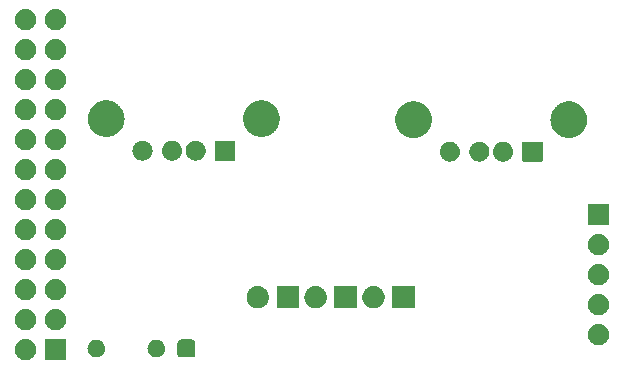
<source format=gbs>
G04 #@! TF.GenerationSoftware,KiCad,Pcbnew,7.0.6+dfsg-1*
G04 #@! TF.CreationDate,2023-08-24T18:37:01+02:00*
G04 #@! TF.ProjectId,USB,5553422e-6b69-4636-9164-5f7063625858,rev?*
G04 #@! TF.SameCoordinates,Original*
G04 #@! TF.FileFunction,Soldermask,Bot*
G04 #@! TF.FilePolarity,Negative*
%FSLAX46Y46*%
G04 Gerber Fmt 4.6, Leading zero omitted, Abs format (unit mm)*
G04 Created by KiCad (PCBNEW 7.0.6+dfsg-1) date 2023-08-24 18:37:01*
%MOMM*%
%LPD*%
G01*
G04 APERTURE LIST*
G04 APERTURE END LIST*
G36*
X127107517Y-107052882D02*
G01*
X127124062Y-107063938D01*
X127135118Y-107080483D01*
X127139000Y-107100000D01*
X127139000Y-108800000D01*
X127135118Y-108819517D01*
X127124062Y-108836062D01*
X127107517Y-108847118D01*
X127088000Y-108851000D01*
X125388000Y-108851000D01*
X125368483Y-108847118D01*
X125351938Y-108836062D01*
X125340882Y-108819517D01*
X125337000Y-108800000D01*
X125337000Y-107100000D01*
X125340882Y-107080483D01*
X125351938Y-107063938D01*
X125368483Y-107052882D01*
X125388000Y-107049000D01*
X127088000Y-107049000D01*
X127107517Y-107052882D01*
G37*
G36*
X123741983Y-107053936D02*
G01*
X123792180Y-107053936D01*
X123835524Y-107063149D01*
X123873659Y-107066905D01*
X123921566Y-107081437D01*
X123976424Y-107093098D01*
X124011530Y-107108728D01*
X124042566Y-107118143D01*
X124091884Y-107144504D01*
X124148500Y-107169711D01*
X124174822Y-107188835D01*
X124198232Y-107201348D01*
X124245988Y-107240540D01*
X124300887Y-107280427D01*
X124318711Y-107300223D01*
X124334675Y-107313324D01*
X124377572Y-107365594D01*
X124426924Y-107420405D01*
X124437292Y-107438363D01*
X124446651Y-107449767D01*
X124481273Y-107514542D01*
X124521104Y-107583530D01*
X124525685Y-107597630D01*
X124529856Y-107605433D01*
X124552852Y-107681242D01*
X124579311Y-107762672D01*
X124580242Y-107771532D01*
X124581094Y-107774340D01*
X124589384Y-107858513D01*
X124599000Y-107950000D01*
X124589383Y-108041494D01*
X124581094Y-108125659D01*
X124580242Y-108128466D01*
X124579311Y-108137328D01*
X124552848Y-108218771D01*
X124529856Y-108294566D01*
X124525686Y-108302366D01*
X124521104Y-108316470D01*
X124481266Y-108385470D01*
X124446651Y-108450232D01*
X124437294Y-108461633D01*
X124426924Y-108479595D01*
X124377563Y-108534415D01*
X124334675Y-108586675D01*
X124318714Y-108599773D01*
X124300887Y-108619573D01*
X124245977Y-108659467D01*
X124198232Y-108698651D01*
X124174827Y-108711161D01*
X124148500Y-108730289D01*
X124091873Y-108755500D01*
X124042566Y-108781856D01*
X124011537Y-108791268D01*
X123976424Y-108806902D01*
X123921555Y-108818564D01*
X123873659Y-108833094D01*
X123835532Y-108836849D01*
X123792180Y-108846064D01*
X123741973Y-108846064D01*
X123698000Y-108850395D01*
X123654027Y-108846064D01*
X123603820Y-108846064D01*
X123560467Y-108836849D01*
X123522340Y-108833094D01*
X123474441Y-108818563D01*
X123419576Y-108806902D01*
X123384464Y-108791269D01*
X123353433Y-108781856D01*
X123304120Y-108755498D01*
X123247500Y-108730289D01*
X123221175Y-108711163D01*
X123197767Y-108698651D01*
X123150013Y-108659460D01*
X123095113Y-108619573D01*
X123077287Y-108599776D01*
X123061324Y-108586675D01*
X123018425Y-108534402D01*
X122969076Y-108479595D01*
X122958708Y-108461637D01*
X122949348Y-108450232D01*
X122914719Y-108385447D01*
X122874896Y-108316470D01*
X122870315Y-108302371D01*
X122866143Y-108294566D01*
X122843136Y-108218725D01*
X122816689Y-108137328D01*
X122815758Y-108128471D01*
X122814905Y-108125659D01*
X122806601Y-108041349D01*
X122797000Y-107950000D01*
X122806598Y-107858672D01*
X122814905Y-107774340D01*
X122815758Y-107771527D01*
X122816689Y-107762672D01*
X122843132Y-107681288D01*
X122866143Y-107605433D01*
X122870315Y-107597626D01*
X122874896Y-107583530D01*
X122914712Y-107514565D01*
X122949348Y-107449767D01*
X122958710Y-107438359D01*
X122969076Y-107420405D01*
X123018416Y-107365607D01*
X123061324Y-107313324D01*
X123077291Y-107300219D01*
X123095113Y-107280427D01*
X123150002Y-107240546D01*
X123197767Y-107201348D01*
X123221180Y-107188833D01*
X123247500Y-107169711D01*
X123304109Y-107144506D01*
X123353433Y-107118143D01*
X123384471Y-107108727D01*
X123419576Y-107093098D01*
X123474430Y-107081438D01*
X123522340Y-107066905D01*
X123560476Y-107063148D01*
X123603820Y-107053936D01*
X123654016Y-107053936D01*
X123697999Y-107049604D01*
X123741983Y-107053936D01*
G37*
G36*
X129736593Y-107101799D02*
G01*
X129772428Y-107101799D01*
X129812854Y-107110391D01*
X129861113Y-107115829D01*
X129896201Y-107128106D01*
X129925861Y-107134411D01*
X129968599Y-107153440D01*
X130019847Y-107171372D01*
X130046525Y-107188135D01*
X130069155Y-107198211D01*
X130111356Y-107228871D01*
X130162241Y-107260845D01*
X130180511Y-107279115D01*
X130196056Y-107290409D01*
X130234483Y-107333087D01*
X130281155Y-107379759D01*
X130291892Y-107396847D01*
X130301014Y-107406978D01*
X130332216Y-107461022D01*
X130370628Y-107522153D01*
X130375423Y-107535859D01*
X130379444Y-107542822D01*
X130400031Y-107606183D01*
X130426171Y-107680887D01*
X130427162Y-107689684D01*
X130427915Y-107692001D01*
X130434743Y-107756971D01*
X130445000Y-107848000D01*
X130434742Y-107939036D01*
X130427915Y-108003998D01*
X130427162Y-108006314D01*
X130426171Y-108015113D01*
X130400026Y-108089829D01*
X130379444Y-108153177D01*
X130375424Y-108160138D01*
X130370628Y-108173847D01*
X130332209Y-108234988D01*
X130301014Y-108289021D01*
X130291894Y-108299149D01*
X130281155Y-108316241D01*
X130234474Y-108362921D01*
X130196056Y-108405590D01*
X130180514Y-108416881D01*
X130162241Y-108435155D01*
X130111345Y-108467134D01*
X130069155Y-108497788D01*
X130046531Y-108507860D01*
X130019847Y-108524628D01*
X129968589Y-108542563D01*
X129925861Y-108561588D01*
X129896207Y-108567891D01*
X129861113Y-108580171D01*
X129812851Y-108585608D01*
X129772428Y-108594201D01*
X129736593Y-108594201D01*
X129694000Y-108599000D01*
X129651407Y-108594201D01*
X129615572Y-108594201D01*
X129575147Y-108585608D01*
X129526887Y-108580171D01*
X129491793Y-108567891D01*
X129462138Y-108561588D01*
X129419405Y-108542562D01*
X129368153Y-108524628D01*
X129341470Y-108507862D01*
X129318844Y-108497788D01*
X129276646Y-108467130D01*
X129225759Y-108435155D01*
X129207487Y-108416883D01*
X129191943Y-108405590D01*
X129153515Y-108362911D01*
X129106845Y-108316241D01*
X129096107Y-108299152D01*
X129086985Y-108289021D01*
X129055777Y-108234968D01*
X129017372Y-108173847D01*
X129012576Y-108160142D01*
X129008555Y-108153177D01*
X128987959Y-108089789D01*
X128961829Y-108015113D01*
X128960838Y-108006319D01*
X128960084Y-108003998D01*
X128953243Y-107938910D01*
X128943000Y-107848000D01*
X128953240Y-107757109D01*
X128960084Y-107692001D01*
X128960838Y-107689679D01*
X128961829Y-107680887D01*
X128987954Y-107606223D01*
X129008555Y-107542822D01*
X129012577Y-107535854D01*
X129017372Y-107522153D01*
X129055770Y-107461042D01*
X129086985Y-107406978D01*
X129096109Y-107396843D01*
X129106845Y-107379759D01*
X129153506Y-107333097D01*
X129191942Y-107290410D01*
X129207490Y-107279113D01*
X129225759Y-107260845D01*
X129276640Y-107228873D01*
X129318846Y-107198210D01*
X129341476Y-107188133D01*
X129368153Y-107171372D01*
X129419395Y-107153441D01*
X129462138Y-107134411D01*
X129491799Y-107128106D01*
X129526887Y-107115829D01*
X129575144Y-107110391D01*
X129615572Y-107101799D01*
X129651407Y-107101799D01*
X129694000Y-107097000D01*
X129736593Y-107101799D01*
G37*
G36*
X134816593Y-107101799D02*
G01*
X134852428Y-107101799D01*
X134892854Y-107110391D01*
X134941113Y-107115829D01*
X134976201Y-107128106D01*
X135005861Y-107134411D01*
X135048599Y-107153440D01*
X135099847Y-107171372D01*
X135126525Y-107188135D01*
X135149155Y-107198211D01*
X135191356Y-107228871D01*
X135242241Y-107260845D01*
X135260511Y-107279115D01*
X135276056Y-107290409D01*
X135314483Y-107333087D01*
X135361155Y-107379759D01*
X135371892Y-107396847D01*
X135381014Y-107406978D01*
X135412216Y-107461022D01*
X135450628Y-107522153D01*
X135455423Y-107535859D01*
X135459444Y-107542822D01*
X135480031Y-107606183D01*
X135506171Y-107680887D01*
X135507162Y-107689684D01*
X135507915Y-107692001D01*
X135514744Y-107756976D01*
X135525000Y-107848000D01*
X135514742Y-107939042D01*
X135507915Y-108003998D01*
X135507162Y-108006314D01*
X135506171Y-108015113D01*
X135480026Y-108089829D01*
X135459444Y-108153177D01*
X135455424Y-108160138D01*
X135450628Y-108173847D01*
X135412209Y-108234988D01*
X135381014Y-108289021D01*
X135371894Y-108299149D01*
X135361155Y-108316241D01*
X135314474Y-108362921D01*
X135276056Y-108405590D01*
X135260514Y-108416881D01*
X135242241Y-108435155D01*
X135191345Y-108467134D01*
X135149155Y-108497788D01*
X135126531Y-108507860D01*
X135099847Y-108524628D01*
X135048589Y-108542563D01*
X135005861Y-108561588D01*
X134976207Y-108567891D01*
X134941113Y-108580171D01*
X134892851Y-108585608D01*
X134852428Y-108594201D01*
X134816593Y-108594201D01*
X134774000Y-108599000D01*
X134731407Y-108594201D01*
X134695572Y-108594201D01*
X134655147Y-108585608D01*
X134606887Y-108580171D01*
X134571793Y-108567891D01*
X134542138Y-108561588D01*
X134499405Y-108542562D01*
X134448153Y-108524628D01*
X134421470Y-108507862D01*
X134398844Y-108497788D01*
X134356646Y-108467130D01*
X134305759Y-108435155D01*
X134287487Y-108416883D01*
X134271943Y-108405590D01*
X134233515Y-108362911D01*
X134186845Y-108316241D01*
X134176107Y-108299152D01*
X134166985Y-108289021D01*
X134135777Y-108234968D01*
X134097372Y-108173847D01*
X134092576Y-108160142D01*
X134088555Y-108153177D01*
X134067959Y-108089789D01*
X134041829Y-108015113D01*
X134040838Y-108006319D01*
X134040084Y-108003998D01*
X134033243Y-107938910D01*
X134023000Y-107848000D01*
X134033240Y-107757109D01*
X134040084Y-107692001D01*
X134040838Y-107689679D01*
X134041829Y-107680887D01*
X134067954Y-107606223D01*
X134088555Y-107542822D01*
X134092577Y-107535854D01*
X134097372Y-107522153D01*
X134135770Y-107461042D01*
X134166985Y-107406978D01*
X134176109Y-107396843D01*
X134186845Y-107379759D01*
X134233506Y-107333097D01*
X134271942Y-107290410D01*
X134287490Y-107279113D01*
X134305759Y-107260845D01*
X134356640Y-107228873D01*
X134398846Y-107198210D01*
X134421476Y-107188133D01*
X134448153Y-107171372D01*
X134499395Y-107153441D01*
X134542138Y-107134411D01*
X134571799Y-107128106D01*
X134606887Y-107115829D01*
X134655144Y-107110391D01*
X134695572Y-107101799D01*
X134731407Y-107101799D01*
X134774000Y-107097000D01*
X134816593Y-107101799D01*
G37*
G36*
X137833531Y-107104974D02*
G01*
X137849315Y-107111943D01*
X137857085Y-107113174D01*
X137889449Y-107129664D01*
X137934454Y-107149536D01*
X138012464Y-107227546D01*
X138032338Y-107272558D01*
X138048825Y-107304914D01*
X138050055Y-107312681D01*
X138057026Y-107328469D01*
X138065000Y-107397200D01*
X138065000Y-108298800D01*
X138057026Y-108367531D01*
X138050054Y-108383318D01*
X138048825Y-108391085D01*
X138032342Y-108423434D01*
X138012464Y-108468454D01*
X137934454Y-108546464D01*
X137889434Y-108566342D01*
X137857085Y-108582825D01*
X137849318Y-108584055D01*
X137833531Y-108591026D01*
X137764800Y-108599000D01*
X136863200Y-108599000D01*
X136794469Y-108591026D01*
X136778681Y-108584055D01*
X136770914Y-108582825D01*
X136738558Y-108566338D01*
X136693546Y-108546464D01*
X136615536Y-108468454D01*
X136595664Y-108423449D01*
X136579174Y-108391085D01*
X136577943Y-108383315D01*
X136570974Y-108367531D01*
X136563000Y-108298800D01*
X136563000Y-107397200D01*
X136570974Y-107328469D01*
X136577943Y-107312685D01*
X136579174Y-107304914D01*
X136595667Y-107272543D01*
X136615536Y-107227546D01*
X136693546Y-107149536D01*
X136738543Y-107129667D01*
X136770914Y-107113174D01*
X136778685Y-107111943D01*
X136794469Y-107104974D01*
X136863200Y-107097000D01*
X137764800Y-107097000D01*
X137833531Y-107104974D01*
G37*
G36*
X172255983Y-105783936D02*
G01*
X172306180Y-105783936D01*
X172349524Y-105793149D01*
X172387659Y-105796905D01*
X172435566Y-105811437D01*
X172490424Y-105823098D01*
X172525530Y-105838728D01*
X172556566Y-105848143D01*
X172605884Y-105874504D01*
X172662500Y-105899711D01*
X172688822Y-105918835D01*
X172712232Y-105931348D01*
X172759988Y-105970540D01*
X172814887Y-106010427D01*
X172832711Y-106030223D01*
X172848675Y-106043324D01*
X172891572Y-106095594D01*
X172940924Y-106150405D01*
X172951292Y-106168363D01*
X172960651Y-106179767D01*
X172995273Y-106244542D01*
X173035104Y-106313530D01*
X173039685Y-106327630D01*
X173043856Y-106335433D01*
X173066852Y-106411242D01*
X173093311Y-106492672D01*
X173094242Y-106501532D01*
X173095094Y-106504340D01*
X173103385Y-106588520D01*
X173113000Y-106680000D01*
X173103382Y-106771501D01*
X173095094Y-106855659D01*
X173094242Y-106858466D01*
X173093311Y-106867328D01*
X173066848Y-106948771D01*
X173043856Y-107024566D01*
X173039686Y-107032366D01*
X173035104Y-107046470D01*
X172995266Y-107115470D01*
X172960651Y-107180232D01*
X172951294Y-107191633D01*
X172940924Y-107209595D01*
X172891563Y-107264415D01*
X172848675Y-107316675D01*
X172832714Y-107329773D01*
X172814887Y-107349573D01*
X172759977Y-107389467D01*
X172712232Y-107428651D01*
X172688827Y-107441161D01*
X172662500Y-107460289D01*
X172605873Y-107485500D01*
X172556566Y-107511856D01*
X172525537Y-107521268D01*
X172490424Y-107536902D01*
X172435555Y-107548564D01*
X172387659Y-107563094D01*
X172349533Y-107566849D01*
X172306180Y-107576064D01*
X172255972Y-107576064D01*
X172211999Y-107580395D01*
X172168026Y-107576064D01*
X172117820Y-107576064D01*
X172074467Y-107566849D01*
X172036340Y-107563094D01*
X171988441Y-107548563D01*
X171933576Y-107536902D01*
X171898464Y-107521269D01*
X171867433Y-107511856D01*
X171818120Y-107485498D01*
X171761500Y-107460289D01*
X171735175Y-107441163D01*
X171711767Y-107428651D01*
X171664013Y-107389460D01*
X171609113Y-107349573D01*
X171591287Y-107329776D01*
X171575324Y-107316675D01*
X171532425Y-107264402D01*
X171483076Y-107209595D01*
X171472708Y-107191637D01*
X171463348Y-107180232D01*
X171428719Y-107115447D01*
X171388896Y-107046470D01*
X171384315Y-107032371D01*
X171380143Y-107024566D01*
X171357136Y-106948725D01*
X171330689Y-106867328D01*
X171329758Y-106858471D01*
X171328905Y-106855659D01*
X171320601Y-106771349D01*
X171311000Y-106680000D01*
X171320598Y-106588672D01*
X171328905Y-106504340D01*
X171329758Y-106501527D01*
X171330689Y-106492672D01*
X171357132Y-106411288D01*
X171380143Y-106335433D01*
X171384315Y-106327626D01*
X171388896Y-106313530D01*
X171428712Y-106244565D01*
X171463348Y-106179767D01*
X171472710Y-106168359D01*
X171483076Y-106150405D01*
X171532416Y-106095607D01*
X171575324Y-106043324D01*
X171591291Y-106030219D01*
X171609113Y-106010427D01*
X171664002Y-105970546D01*
X171711767Y-105931348D01*
X171735180Y-105918833D01*
X171761500Y-105899711D01*
X171818109Y-105874506D01*
X171867433Y-105848143D01*
X171898471Y-105838727D01*
X171933576Y-105823098D01*
X171988430Y-105811438D01*
X172036340Y-105796905D01*
X172074476Y-105793148D01*
X172117820Y-105783936D01*
X172168016Y-105783936D01*
X172211999Y-105779604D01*
X172255983Y-105783936D01*
G37*
G36*
X123741983Y-104513936D02*
G01*
X123792180Y-104513936D01*
X123835524Y-104523149D01*
X123873659Y-104526905D01*
X123921566Y-104541437D01*
X123976424Y-104553098D01*
X124011530Y-104568728D01*
X124042566Y-104578143D01*
X124091884Y-104604504D01*
X124148500Y-104629711D01*
X124174822Y-104648835D01*
X124198232Y-104661348D01*
X124245988Y-104700540D01*
X124300887Y-104740427D01*
X124318711Y-104760223D01*
X124334675Y-104773324D01*
X124377572Y-104825594D01*
X124426924Y-104880405D01*
X124437292Y-104898363D01*
X124446651Y-104909767D01*
X124481273Y-104974542D01*
X124521104Y-105043530D01*
X124525685Y-105057630D01*
X124529856Y-105065433D01*
X124552852Y-105141242D01*
X124579311Y-105222672D01*
X124580242Y-105231532D01*
X124581094Y-105234340D01*
X124589384Y-105318513D01*
X124599000Y-105410000D01*
X124589383Y-105501494D01*
X124581094Y-105585659D01*
X124580242Y-105588466D01*
X124579311Y-105597328D01*
X124552848Y-105678771D01*
X124529856Y-105754566D01*
X124525686Y-105762366D01*
X124521104Y-105776470D01*
X124481266Y-105845470D01*
X124446651Y-105910232D01*
X124437294Y-105921633D01*
X124426924Y-105939595D01*
X124377563Y-105994415D01*
X124334675Y-106046675D01*
X124318714Y-106059773D01*
X124300887Y-106079573D01*
X124245977Y-106119467D01*
X124198232Y-106158651D01*
X124174827Y-106171161D01*
X124148500Y-106190289D01*
X124091873Y-106215500D01*
X124042566Y-106241856D01*
X124011537Y-106251268D01*
X123976424Y-106266902D01*
X123921555Y-106278564D01*
X123873659Y-106293094D01*
X123835532Y-106296849D01*
X123792180Y-106306064D01*
X123741973Y-106306064D01*
X123698000Y-106310395D01*
X123654027Y-106306064D01*
X123603820Y-106306064D01*
X123560467Y-106296849D01*
X123522340Y-106293094D01*
X123474441Y-106278563D01*
X123419576Y-106266902D01*
X123384464Y-106251269D01*
X123353433Y-106241856D01*
X123304120Y-106215498D01*
X123247500Y-106190289D01*
X123221175Y-106171163D01*
X123197767Y-106158651D01*
X123150013Y-106119460D01*
X123095113Y-106079573D01*
X123077287Y-106059776D01*
X123061324Y-106046675D01*
X123018425Y-105994402D01*
X122969076Y-105939595D01*
X122958708Y-105921637D01*
X122949348Y-105910232D01*
X122914719Y-105845447D01*
X122874896Y-105776470D01*
X122870315Y-105762371D01*
X122866143Y-105754566D01*
X122843136Y-105678725D01*
X122816689Y-105597328D01*
X122815758Y-105588471D01*
X122814905Y-105585659D01*
X122806600Y-105501342D01*
X122797000Y-105410000D01*
X122806599Y-105318664D01*
X122814905Y-105234340D01*
X122815758Y-105231527D01*
X122816689Y-105222672D01*
X122843132Y-105141288D01*
X122866143Y-105065433D01*
X122870315Y-105057626D01*
X122874896Y-105043530D01*
X122914712Y-104974565D01*
X122949348Y-104909767D01*
X122958710Y-104898359D01*
X122969076Y-104880405D01*
X123018416Y-104825607D01*
X123061324Y-104773324D01*
X123077291Y-104760219D01*
X123095113Y-104740427D01*
X123150002Y-104700546D01*
X123197767Y-104661348D01*
X123221180Y-104648833D01*
X123247500Y-104629711D01*
X123304109Y-104604506D01*
X123353433Y-104578143D01*
X123384471Y-104568727D01*
X123419576Y-104553098D01*
X123474430Y-104541438D01*
X123522340Y-104526905D01*
X123560476Y-104523148D01*
X123603820Y-104513936D01*
X123654016Y-104513936D01*
X123698000Y-104509604D01*
X123741983Y-104513936D01*
G37*
G36*
X126281983Y-104513936D02*
G01*
X126332180Y-104513936D01*
X126375524Y-104523149D01*
X126413659Y-104526905D01*
X126461566Y-104541437D01*
X126516424Y-104553098D01*
X126551530Y-104568728D01*
X126582566Y-104578143D01*
X126631884Y-104604504D01*
X126688500Y-104629711D01*
X126714822Y-104648835D01*
X126738232Y-104661348D01*
X126785988Y-104700540D01*
X126840887Y-104740427D01*
X126858711Y-104760223D01*
X126874675Y-104773324D01*
X126917572Y-104825594D01*
X126966924Y-104880405D01*
X126977292Y-104898363D01*
X126986651Y-104909767D01*
X127021273Y-104974542D01*
X127061104Y-105043530D01*
X127065685Y-105057630D01*
X127069856Y-105065433D01*
X127092852Y-105141242D01*
X127119311Y-105222672D01*
X127120242Y-105231532D01*
X127121094Y-105234340D01*
X127129384Y-105318513D01*
X127139000Y-105410000D01*
X127129383Y-105501494D01*
X127121094Y-105585659D01*
X127120242Y-105588466D01*
X127119311Y-105597328D01*
X127092848Y-105678771D01*
X127069856Y-105754566D01*
X127065686Y-105762366D01*
X127061104Y-105776470D01*
X127021266Y-105845470D01*
X126986651Y-105910232D01*
X126977294Y-105921633D01*
X126966924Y-105939595D01*
X126917563Y-105994415D01*
X126874675Y-106046675D01*
X126858714Y-106059773D01*
X126840887Y-106079573D01*
X126785977Y-106119467D01*
X126738232Y-106158651D01*
X126714827Y-106171161D01*
X126688500Y-106190289D01*
X126631873Y-106215500D01*
X126582566Y-106241856D01*
X126551537Y-106251268D01*
X126516424Y-106266902D01*
X126461555Y-106278564D01*
X126413659Y-106293094D01*
X126375532Y-106296849D01*
X126332180Y-106306064D01*
X126281973Y-106306064D01*
X126238000Y-106310395D01*
X126194027Y-106306064D01*
X126143820Y-106306064D01*
X126100467Y-106296849D01*
X126062340Y-106293094D01*
X126014441Y-106278563D01*
X125959576Y-106266902D01*
X125924464Y-106251269D01*
X125893433Y-106241856D01*
X125844120Y-106215498D01*
X125787500Y-106190289D01*
X125761175Y-106171163D01*
X125737767Y-106158651D01*
X125690013Y-106119460D01*
X125635113Y-106079573D01*
X125617287Y-106059776D01*
X125601324Y-106046675D01*
X125558425Y-105994402D01*
X125509076Y-105939595D01*
X125498708Y-105921637D01*
X125489348Y-105910232D01*
X125454719Y-105845447D01*
X125414896Y-105776470D01*
X125410315Y-105762371D01*
X125406143Y-105754566D01*
X125383136Y-105678725D01*
X125356689Y-105597328D01*
X125355758Y-105588471D01*
X125354905Y-105585659D01*
X125346601Y-105501349D01*
X125337000Y-105410000D01*
X125346598Y-105318672D01*
X125354905Y-105234340D01*
X125355758Y-105231527D01*
X125356689Y-105222672D01*
X125383132Y-105141288D01*
X125406143Y-105065433D01*
X125410315Y-105057626D01*
X125414896Y-105043530D01*
X125454712Y-104974565D01*
X125489348Y-104909767D01*
X125498710Y-104898359D01*
X125509076Y-104880405D01*
X125558416Y-104825607D01*
X125601324Y-104773324D01*
X125617291Y-104760219D01*
X125635113Y-104740427D01*
X125690002Y-104700546D01*
X125737767Y-104661348D01*
X125761180Y-104648833D01*
X125787500Y-104629711D01*
X125844109Y-104604506D01*
X125893433Y-104578143D01*
X125924471Y-104568727D01*
X125959576Y-104553098D01*
X126014430Y-104541438D01*
X126062340Y-104526905D01*
X126100476Y-104523148D01*
X126143820Y-104513936D01*
X126194016Y-104513936D01*
X126237999Y-104509604D01*
X126281983Y-104513936D01*
G37*
G36*
X172255983Y-103243936D02*
G01*
X172306180Y-103243936D01*
X172349524Y-103253149D01*
X172387659Y-103256905D01*
X172435566Y-103271437D01*
X172490424Y-103283098D01*
X172525530Y-103298728D01*
X172556566Y-103308143D01*
X172605884Y-103334504D01*
X172662500Y-103359711D01*
X172688822Y-103378835D01*
X172712232Y-103391348D01*
X172759988Y-103430540D01*
X172814887Y-103470427D01*
X172832711Y-103490223D01*
X172848675Y-103503324D01*
X172891572Y-103555594D01*
X172940924Y-103610405D01*
X172951292Y-103628363D01*
X172960651Y-103639767D01*
X172995273Y-103704542D01*
X173035104Y-103773530D01*
X173039685Y-103787630D01*
X173043856Y-103795433D01*
X173066852Y-103871242D01*
X173093311Y-103952672D01*
X173094242Y-103961532D01*
X173095094Y-103964340D01*
X173103384Y-104048513D01*
X173113000Y-104140000D01*
X173103383Y-104231494D01*
X173095094Y-104315659D01*
X173094242Y-104318466D01*
X173093311Y-104327328D01*
X173066848Y-104408771D01*
X173043856Y-104484566D01*
X173039686Y-104492366D01*
X173035104Y-104506470D01*
X172995266Y-104575470D01*
X172960651Y-104640232D01*
X172951294Y-104651633D01*
X172940924Y-104669595D01*
X172891563Y-104724415D01*
X172848675Y-104776675D01*
X172832714Y-104789773D01*
X172814887Y-104809573D01*
X172759977Y-104849467D01*
X172712232Y-104888651D01*
X172688827Y-104901161D01*
X172662500Y-104920289D01*
X172605873Y-104945500D01*
X172556566Y-104971856D01*
X172525537Y-104981268D01*
X172490424Y-104996902D01*
X172435555Y-105008564D01*
X172387659Y-105023094D01*
X172349532Y-105026849D01*
X172306180Y-105036064D01*
X172255973Y-105036064D01*
X172212000Y-105040395D01*
X172168027Y-105036064D01*
X172117820Y-105036064D01*
X172074467Y-105026849D01*
X172036340Y-105023094D01*
X171988441Y-105008563D01*
X171933576Y-104996902D01*
X171898464Y-104981269D01*
X171867433Y-104971856D01*
X171818120Y-104945498D01*
X171761500Y-104920289D01*
X171735175Y-104901163D01*
X171711767Y-104888651D01*
X171664013Y-104849460D01*
X171609113Y-104809573D01*
X171591287Y-104789776D01*
X171575324Y-104776675D01*
X171532425Y-104724402D01*
X171483076Y-104669595D01*
X171472708Y-104651637D01*
X171463348Y-104640232D01*
X171428719Y-104575447D01*
X171388896Y-104506470D01*
X171384315Y-104492371D01*
X171380143Y-104484566D01*
X171357136Y-104408725D01*
X171330689Y-104327328D01*
X171329758Y-104318471D01*
X171328905Y-104315659D01*
X171320601Y-104231349D01*
X171311000Y-104140000D01*
X171320598Y-104048672D01*
X171328905Y-103964340D01*
X171329758Y-103961527D01*
X171330689Y-103952672D01*
X171357132Y-103871288D01*
X171380143Y-103795433D01*
X171384315Y-103787626D01*
X171388896Y-103773530D01*
X171428712Y-103704565D01*
X171463348Y-103639767D01*
X171472710Y-103628359D01*
X171483076Y-103610405D01*
X171532416Y-103555607D01*
X171575324Y-103503324D01*
X171591291Y-103490219D01*
X171609113Y-103470427D01*
X171664002Y-103430546D01*
X171711767Y-103391348D01*
X171735180Y-103378833D01*
X171761500Y-103359711D01*
X171818109Y-103334506D01*
X171867433Y-103308143D01*
X171898471Y-103298727D01*
X171933576Y-103283098D01*
X171988430Y-103271438D01*
X172036340Y-103256905D01*
X172074476Y-103253148D01*
X172117820Y-103243936D01*
X172168016Y-103243936D01*
X172211999Y-103239604D01*
X172255983Y-103243936D01*
G37*
G36*
X143406604Y-102553590D02*
G01*
X143447696Y-102553590D01*
X143493456Y-102562144D01*
X143545531Y-102567273D01*
X143585091Y-102579273D01*
X143620111Y-102585820D01*
X143668617Y-102604611D01*
X143723932Y-102621391D01*
X143755534Y-102638282D01*
X143783656Y-102649177D01*
X143832513Y-102679428D01*
X143888347Y-102709272D01*
X143911809Y-102728526D01*
X143932784Y-102741514D01*
X143979256Y-102783879D01*
X144032459Y-102827541D01*
X144048224Y-102846751D01*
X144062400Y-102859674D01*
X144103557Y-102914174D01*
X144150728Y-102971653D01*
X144159848Y-102988717D01*
X144168099Y-102999642D01*
X144200925Y-103065566D01*
X144238609Y-103136068D01*
X144242628Y-103149316D01*
X144246282Y-103156655D01*
X144267864Y-103232507D01*
X144292727Y-103314469D01*
X144293543Y-103322762D01*
X144294280Y-103325350D01*
X144301937Y-103407982D01*
X144311000Y-103500000D01*
X144301936Y-103592026D01*
X144294280Y-103674649D01*
X144293544Y-103677235D01*
X144292727Y-103685531D01*
X144267859Y-103767507D01*
X144246282Y-103843344D01*
X144242628Y-103850680D01*
X144238609Y-103863932D01*
X144200917Y-103934447D01*
X144168099Y-104000357D01*
X144159850Y-104011279D01*
X144150728Y-104028347D01*
X144103547Y-104085836D01*
X144062400Y-104140325D01*
X144048227Y-104153244D01*
X144032459Y-104172459D01*
X143979245Y-104216129D01*
X143932784Y-104258485D01*
X143911814Y-104271469D01*
X143888347Y-104290728D01*
X143832502Y-104320577D01*
X143783656Y-104350822D01*
X143755541Y-104361713D01*
X143723932Y-104378609D01*
X143668605Y-104395392D01*
X143620111Y-104414179D01*
X143585098Y-104420724D01*
X143545531Y-104432727D01*
X143493453Y-104437856D01*
X143447696Y-104446410D01*
X143406604Y-104446410D01*
X143360000Y-104451000D01*
X143313396Y-104446410D01*
X143272304Y-104446410D01*
X143226545Y-104437856D01*
X143174469Y-104432727D01*
X143134902Y-104420724D01*
X143099888Y-104414179D01*
X143051389Y-104395390D01*
X142996068Y-104378609D01*
X142964461Y-104361714D01*
X142936343Y-104350822D01*
X142887490Y-104320573D01*
X142831653Y-104290728D01*
X142808188Y-104271471D01*
X142787215Y-104258485D01*
X142740744Y-104216121D01*
X142687541Y-104172459D01*
X142671775Y-104153248D01*
X142657599Y-104140325D01*
X142616439Y-104085821D01*
X142569272Y-104028347D01*
X142560151Y-104011284D01*
X142551900Y-104000357D01*
X142519067Y-103934420D01*
X142481391Y-103863932D01*
X142477372Y-103850685D01*
X142473717Y-103843344D01*
X142452124Y-103767454D01*
X142427273Y-103685531D01*
X142426456Y-103677241D01*
X142425719Y-103674649D01*
X142418046Y-103591854D01*
X142409000Y-103500000D01*
X142418045Y-103408153D01*
X142425719Y-103325350D01*
X142426456Y-103322757D01*
X142427273Y-103314469D01*
X142452119Y-103232560D01*
X142473717Y-103156655D01*
X142477373Y-103149311D01*
X142481391Y-103136068D01*
X142519060Y-103065593D01*
X142551900Y-102999642D01*
X142560153Y-102988712D01*
X142569272Y-102971653D01*
X142616430Y-102914190D01*
X142657599Y-102859674D01*
X142671778Y-102846747D01*
X142687541Y-102827541D01*
X142740733Y-102783887D01*
X142787215Y-102741514D01*
X142808193Y-102728524D01*
X142831653Y-102709272D01*
X142887478Y-102679432D01*
X142936343Y-102649177D01*
X142964467Y-102638281D01*
X142996068Y-102621391D01*
X143051377Y-102604612D01*
X143099888Y-102585820D01*
X143134909Y-102579273D01*
X143174469Y-102567273D01*
X143226542Y-102562144D01*
X143272304Y-102553590D01*
X143313396Y-102553590D01*
X143360000Y-102549000D01*
X143406604Y-102553590D01*
G37*
G36*
X146819517Y-102552882D02*
G01*
X146836062Y-102563938D01*
X146847118Y-102580483D01*
X146851000Y-102600000D01*
X146851000Y-104400000D01*
X146847118Y-104419517D01*
X146836062Y-104436062D01*
X146819517Y-104447118D01*
X146800000Y-104451000D01*
X145000000Y-104451000D01*
X144980483Y-104447118D01*
X144963938Y-104436062D01*
X144952882Y-104419517D01*
X144949000Y-104400000D01*
X144949000Y-102600000D01*
X144952882Y-102580483D01*
X144963938Y-102563938D01*
X144980483Y-102552882D01*
X145000000Y-102549000D01*
X146800000Y-102549000D01*
X146819517Y-102552882D01*
G37*
G36*
X148306604Y-102553590D02*
G01*
X148347696Y-102553590D01*
X148393456Y-102562144D01*
X148445531Y-102567273D01*
X148485091Y-102579273D01*
X148520111Y-102585820D01*
X148568617Y-102604611D01*
X148623932Y-102621391D01*
X148655534Y-102638282D01*
X148683656Y-102649177D01*
X148732513Y-102679428D01*
X148788347Y-102709272D01*
X148811809Y-102728526D01*
X148832784Y-102741514D01*
X148879256Y-102783879D01*
X148932459Y-102827541D01*
X148948224Y-102846751D01*
X148962400Y-102859674D01*
X149003557Y-102914174D01*
X149050728Y-102971653D01*
X149059848Y-102988717D01*
X149068099Y-102999642D01*
X149100925Y-103065566D01*
X149138609Y-103136068D01*
X149142628Y-103149316D01*
X149146282Y-103156655D01*
X149167864Y-103232507D01*
X149192727Y-103314469D01*
X149193543Y-103322762D01*
X149194280Y-103325350D01*
X149201937Y-103407982D01*
X149211000Y-103500000D01*
X149201936Y-103592026D01*
X149194280Y-103674649D01*
X149193544Y-103677235D01*
X149192727Y-103685531D01*
X149167859Y-103767507D01*
X149146282Y-103843344D01*
X149142628Y-103850680D01*
X149138609Y-103863932D01*
X149100917Y-103934447D01*
X149068099Y-104000357D01*
X149059850Y-104011279D01*
X149050728Y-104028347D01*
X149003547Y-104085836D01*
X148962400Y-104140325D01*
X148948227Y-104153244D01*
X148932459Y-104172459D01*
X148879245Y-104216129D01*
X148832784Y-104258485D01*
X148811814Y-104271469D01*
X148788347Y-104290728D01*
X148732502Y-104320577D01*
X148683656Y-104350822D01*
X148655541Y-104361713D01*
X148623932Y-104378609D01*
X148568605Y-104395392D01*
X148520111Y-104414179D01*
X148485098Y-104420724D01*
X148445531Y-104432727D01*
X148393453Y-104437856D01*
X148347696Y-104446410D01*
X148306604Y-104446410D01*
X148260000Y-104451000D01*
X148213396Y-104446410D01*
X148172304Y-104446410D01*
X148126545Y-104437856D01*
X148074469Y-104432727D01*
X148034902Y-104420724D01*
X147999888Y-104414179D01*
X147951389Y-104395390D01*
X147896068Y-104378609D01*
X147864461Y-104361714D01*
X147836343Y-104350822D01*
X147787490Y-104320573D01*
X147731653Y-104290728D01*
X147708188Y-104271471D01*
X147687215Y-104258485D01*
X147640744Y-104216121D01*
X147587541Y-104172459D01*
X147571775Y-104153248D01*
X147557599Y-104140325D01*
X147516439Y-104085821D01*
X147469272Y-104028347D01*
X147460151Y-104011284D01*
X147451900Y-104000357D01*
X147419067Y-103934420D01*
X147381391Y-103863932D01*
X147377372Y-103850685D01*
X147373717Y-103843344D01*
X147352124Y-103767454D01*
X147327273Y-103685531D01*
X147326456Y-103677241D01*
X147325719Y-103674649D01*
X147318047Y-103591862D01*
X147309000Y-103500000D01*
X147318045Y-103408161D01*
X147325719Y-103325350D01*
X147326456Y-103322757D01*
X147327273Y-103314469D01*
X147352119Y-103232560D01*
X147373717Y-103156655D01*
X147377373Y-103149311D01*
X147381391Y-103136068D01*
X147419060Y-103065593D01*
X147451900Y-102999642D01*
X147460153Y-102988712D01*
X147469272Y-102971653D01*
X147516430Y-102914190D01*
X147557599Y-102859674D01*
X147571778Y-102846747D01*
X147587541Y-102827541D01*
X147640733Y-102783887D01*
X147687215Y-102741514D01*
X147708193Y-102728524D01*
X147731653Y-102709272D01*
X147787478Y-102679432D01*
X147836343Y-102649177D01*
X147864467Y-102638281D01*
X147896068Y-102621391D01*
X147951377Y-102604612D01*
X147999888Y-102585820D01*
X148034909Y-102579273D01*
X148074469Y-102567273D01*
X148126542Y-102562144D01*
X148172304Y-102553590D01*
X148213396Y-102553590D01*
X148260000Y-102549000D01*
X148306604Y-102553590D01*
G37*
G36*
X151719517Y-102552882D02*
G01*
X151736062Y-102563938D01*
X151747118Y-102580483D01*
X151751000Y-102600000D01*
X151751000Y-104400000D01*
X151747118Y-104419517D01*
X151736062Y-104436062D01*
X151719517Y-104447118D01*
X151700000Y-104451000D01*
X149900000Y-104451000D01*
X149880483Y-104447118D01*
X149863938Y-104436062D01*
X149852882Y-104419517D01*
X149849000Y-104400000D01*
X149849000Y-102600000D01*
X149852882Y-102580483D01*
X149863938Y-102563938D01*
X149880483Y-102552882D01*
X149900000Y-102549000D01*
X151700000Y-102549000D01*
X151719517Y-102552882D01*
G37*
G36*
X153206604Y-102553590D02*
G01*
X153247696Y-102553590D01*
X153293456Y-102562144D01*
X153345531Y-102567273D01*
X153385091Y-102579273D01*
X153420111Y-102585820D01*
X153468617Y-102604611D01*
X153523932Y-102621391D01*
X153555534Y-102638282D01*
X153583656Y-102649177D01*
X153632513Y-102679428D01*
X153688347Y-102709272D01*
X153711809Y-102728526D01*
X153732784Y-102741514D01*
X153779256Y-102783879D01*
X153832459Y-102827541D01*
X153848224Y-102846751D01*
X153862400Y-102859674D01*
X153903557Y-102914174D01*
X153950728Y-102971653D01*
X153959848Y-102988717D01*
X153968099Y-102999642D01*
X154000925Y-103065566D01*
X154038609Y-103136068D01*
X154042628Y-103149316D01*
X154046282Y-103156655D01*
X154067864Y-103232507D01*
X154092727Y-103314469D01*
X154093543Y-103322762D01*
X154094280Y-103325350D01*
X154101937Y-103407982D01*
X154111000Y-103500000D01*
X154101936Y-103592026D01*
X154094280Y-103674649D01*
X154093544Y-103677235D01*
X154092727Y-103685531D01*
X154067859Y-103767507D01*
X154046282Y-103843344D01*
X154042628Y-103850680D01*
X154038609Y-103863932D01*
X154000917Y-103934447D01*
X153968099Y-104000357D01*
X153959850Y-104011279D01*
X153950728Y-104028347D01*
X153903547Y-104085836D01*
X153862400Y-104140325D01*
X153848227Y-104153244D01*
X153832459Y-104172459D01*
X153779245Y-104216129D01*
X153732784Y-104258485D01*
X153711814Y-104271469D01*
X153688347Y-104290728D01*
X153632502Y-104320577D01*
X153583656Y-104350822D01*
X153555541Y-104361713D01*
X153523932Y-104378609D01*
X153468605Y-104395392D01*
X153420111Y-104414179D01*
X153385098Y-104420724D01*
X153345531Y-104432727D01*
X153293453Y-104437856D01*
X153247696Y-104446410D01*
X153206604Y-104446410D01*
X153160000Y-104451000D01*
X153113396Y-104446410D01*
X153072304Y-104446410D01*
X153026545Y-104437856D01*
X152974469Y-104432727D01*
X152934902Y-104420724D01*
X152899888Y-104414179D01*
X152851389Y-104395390D01*
X152796068Y-104378609D01*
X152764461Y-104361714D01*
X152736343Y-104350822D01*
X152687490Y-104320573D01*
X152631653Y-104290728D01*
X152608188Y-104271471D01*
X152587215Y-104258485D01*
X152540744Y-104216121D01*
X152487541Y-104172459D01*
X152471775Y-104153248D01*
X152457599Y-104140325D01*
X152416439Y-104085821D01*
X152369272Y-104028347D01*
X152360151Y-104011284D01*
X152351900Y-104000357D01*
X152319067Y-103934420D01*
X152281391Y-103863932D01*
X152277372Y-103850685D01*
X152273717Y-103843344D01*
X152252124Y-103767454D01*
X152227273Y-103685531D01*
X152226456Y-103677241D01*
X152225719Y-103674649D01*
X152218046Y-103591854D01*
X152209000Y-103500000D01*
X152218045Y-103408153D01*
X152225719Y-103325350D01*
X152226456Y-103322757D01*
X152227273Y-103314469D01*
X152252119Y-103232560D01*
X152273717Y-103156655D01*
X152277373Y-103149311D01*
X152281391Y-103136068D01*
X152319060Y-103065593D01*
X152351900Y-102999642D01*
X152360153Y-102988712D01*
X152369272Y-102971653D01*
X152416430Y-102914190D01*
X152457599Y-102859674D01*
X152471778Y-102846747D01*
X152487541Y-102827541D01*
X152540733Y-102783887D01*
X152587215Y-102741514D01*
X152608193Y-102728524D01*
X152631653Y-102709272D01*
X152687478Y-102679432D01*
X152736343Y-102649177D01*
X152764467Y-102638281D01*
X152796068Y-102621391D01*
X152851377Y-102604612D01*
X152899888Y-102585820D01*
X152934909Y-102579273D01*
X152974469Y-102567273D01*
X153026542Y-102562144D01*
X153072304Y-102553590D01*
X153113396Y-102553590D01*
X153160000Y-102549000D01*
X153206604Y-102553590D01*
G37*
G36*
X156619517Y-102552882D02*
G01*
X156636062Y-102563938D01*
X156647118Y-102580483D01*
X156651000Y-102600000D01*
X156651000Y-104400000D01*
X156647118Y-104419517D01*
X156636062Y-104436062D01*
X156619517Y-104447118D01*
X156600000Y-104451000D01*
X154800000Y-104451000D01*
X154780483Y-104447118D01*
X154763938Y-104436062D01*
X154752882Y-104419517D01*
X154749000Y-104400000D01*
X154749000Y-102600000D01*
X154752882Y-102580483D01*
X154763938Y-102563938D01*
X154780483Y-102552882D01*
X154800000Y-102549000D01*
X156600000Y-102549000D01*
X156619517Y-102552882D01*
G37*
G36*
X123741983Y-101973936D02*
G01*
X123792180Y-101973936D01*
X123835524Y-101983149D01*
X123873659Y-101986905D01*
X123921566Y-102001437D01*
X123976424Y-102013098D01*
X124011530Y-102028728D01*
X124042566Y-102038143D01*
X124091884Y-102064504D01*
X124148500Y-102089711D01*
X124174822Y-102108835D01*
X124198232Y-102121348D01*
X124245988Y-102160540D01*
X124300887Y-102200427D01*
X124318711Y-102220223D01*
X124334675Y-102233324D01*
X124377572Y-102285594D01*
X124426924Y-102340405D01*
X124437292Y-102358363D01*
X124446651Y-102369767D01*
X124481273Y-102434542D01*
X124521104Y-102503530D01*
X124525685Y-102517630D01*
X124529856Y-102525433D01*
X124552852Y-102601242D01*
X124579311Y-102682672D01*
X124580242Y-102691532D01*
X124581094Y-102694340D01*
X124589384Y-102778513D01*
X124599000Y-102870000D01*
X124589383Y-102961494D01*
X124581094Y-103045659D01*
X124580242Y-103048466D01*
X124579311Y-103057328D01*
X124552848Y-103138771D01*
X124529856Y-103214566D01*
X124525686Y-103222366D01*
X124521104Y-103236470D01*
X124481266Y-103305470D01*
X124446651Y-103370232D01*
X124437294Y-103381633D01*
X124426924Y-103399595D01*
X124377563Y-103454415D01*
X124334675Y-103506675D01*
X124318714Y-103519773D01*
X124300887Y-103539573D01*
X124245977Y-103579467D01*
X124198232Y-103618651D01*
X124174827Y-103631161D01*
X124148500Y-103650289D01*
X124091873Y-103675500D01*
X124042566Y-103701856D01*
X124011537Y-103711268D01*
X123976424Y-103726902D01*
X123921555Y-103738564D01*
X123873659Y-103753094D01*
X123835532Y-103756849D01*
X123792180Y-103766064D01*
X123741973Y-103766064D01*
X123698000Y-103770395D01*
X123654027Y-103766064D01*
X123603820Y-103766064D01*
X123560467Y-103756849D01*
X123522340Y-103753094D01*
X123474441Y-103738563D01*
X123419576Y-103726902D01*
X123384464Y-103711269D01*
X123353433Y-103701856D01*
X123304120Y-103675498D01*
X123247500Y-103650289D01*
X123221175Y-103631163D01*
X123197767Y-103618651D01*
X123150013Y-103579460D01*
X123095113Y-103539573D01*
X123077287Y-103519776D01*
X123061324Y-103506675D01*
X123018425Y-103454402D01*
X122969076Y-103399595D01*
X122958708Y-103381637D01*
X122949348Y-103370232D01*
X122914719Y-103305447D01*
X122874896Y-103236470D01*
X122870315Y-103222371D01*
X122866143Y-103214566D01*
X122843136Y-103138725D01*
X122816689Y-103057328D01*
X122815758Y-103048471D01*
X122814905Y-103045659D01*
X122806600Y-102961342D01*
X122797000Y-102870000D01*
X122806599Y-102778664D01*
X122814905Y-102694340D01*
X122815758Y-102691527D01*
X122816689Y-102682672D01*
X122843132Y-102601288D01*
X122866143Y-102525433D01*
X122870315Y-102517626D01*
X122874896Y-102503530D01*
X122914712Y-102434565D01*
X122949348Y-102369767D01*
X122958710Y-102358359D01*
X122969076Y-102340405D01*
X123018416Y-102285607D01*
X123061324Y-102233324D01*
X123077291Y-102220219D01*
X123095113Y-102200427D01*
X123150002Y-102160546D01*
X123197767Y-102121348D01*
X123221180Y-102108833D01*
X123247500Y-102089711D01*
X123304109Y-102064506D01*
X123353433Y-102038143D01*
X123384471Y-102028727D01*
X123419576Y-102013098D01*
X123474430Y-102001438D01*
X123522340Y-101986905D01*
X123560476Y-101983148D01*
X123603820Y-101973936D01*
X123654016Y-101973936D01*
X123697999Y-101969604D01*
X123741983Y-101973936D01*
G37*
G36*
X126281983Y-101973936D02*
G01*
X126332180Y-101973936D01*
X126375524Y-101983149D01*
X126413659Y-101986905D01*
X126461566Y-102001437D01*
X126516424Y-102013098D01*
X126551530Y-102028728D01*
X126582566Y-102038143D01*
X126631884Y-102064504D01*
X126688500Y-102089711D01*
X126714822Y-102108835D01*
X126738232Y-102121348D01*
X126785988Y-102160540D01*
X126840887Y-102200427D01*
X126858711Y-102220223D01*
X126874675Y-102233324D01*
X126917572Y-102285594D01*
X126966924Y-102340405D01*
X126977292Y-102358363D01*
X126986651Y-102369767D01*
X127021273Y-102434542D01*
X127061104Y-102503530D01*
X127065685Y-102517630D01*
X127069856Y-102525433D01*
X127092852Y-102601242D01*
X127119311Y-102682672D01*
X127120242Y-102691532D01*
X127121094Y-102694340D01*
X127129384Y-102778513D01*
X127139000Y-102870000D01*
X127129383Y-102961494D01*
X127121094Y-103045659D01*
X127120242Y-103048466D01*
X127119311Y-103057328D01*
X127092848Y-103138771D01*
X127069856Y-103214566D01*
X127065686Y-103222366D01*
X127061104Y-103236470D01*
X127021266Y-103305470D01*
X126986651Y-103370232D01*
X126977294Y-103381633D01*
X126966924Y-103399595D01*
X126917563Y-103454415D01*
X126874675Y-103506675D01*
X126858714Y-103519773D01*
X126840887Y-103539573D01*
X126785977Y-103579467D01*
X126738232Y-103618651D01*
X126714827Y-103631161D01*
X126688500Y-103650289D01*
X126631873Y-103675500D01*
X126582566Y-103701856D01*
X126551537Y-103711268D01*
X126516424Y-103726902D01*
X126461555Y-103738564D01*
X126413659Y-103753094D01*
X126375532Y-103756849D01*
X126332180Y-103766064D01*
X126281973Y-103766064D01*
X126238000Y-103770395D01*
X126194027Y-103766064D01*
X126143820Y-103766064D01*
X126100467Y-103756849D01*
X126062340Y-103753094D01*
X126014441Y-103738563D01*
X125959576Y-103726902D01*
X125924464Y-103711269D01*
X125893433Y-103701856D01*
X125844120Y-103675498D01*
X125787500Y-103650289D01*
X125761175Y-103631163D01*
X125737767Y-103618651D01*
X125690013Y-103579460D01*
X125635113Y-103539573D01*
X125617287Y-103519776D01*
X125601324Y-103506675D01*
X125558425Y-103454402D01*
X125509076Y-103399595D01*
X125498708Y-103381637D01*
X125489348Y-103370232D01*
X125454719Y-103305447D01*
X125414896Y-103236470D01*
X125410315Y-103222371D01*
X125406143Y-103214566D01*
X125383136Y-103138725D01*
X125356689Y-103057328D01*
X125355758Y-103048471D01*
X125354905Y-103045659D01*
X125346600Y-102961342D01*
X125337000Y-102870000D01*
X125346599Y-102778664D01*
X125354905Y-102694340D01*
X125355758Y-102691527D01*
X125356689Y-102682672D01*
X125383132Y-102601288D01*
X125406143Y-102525433D01*
X125410315Y-102517626D01*
X125414896Y-102503530D01*
X125454712Y-102434565D01*
X125489348Y-102369767D01*
X125498710Y-102358359D01*
X125509076Y-102340405D01*
X125558416Y-102285607D01*
X125601324Y-102233324D01*
X125617291Y-102220219D01*
X125635113Y-102200427D01*
X125690002Y-102160546D01*
X125737767Y-102121348D01*
X125761180Y-102108833D01*
X125787500Y-102089711D01*
X125844109Y-102064506D01*
X125893433Y-102038143D01*
X125924471Y-102028727D01*
X125959576Y-102013098D01*
X126014430Y-102001438D01*
X126062340Y-101986905D01*
X126100476Y-101983148D01*
X126143820Y-101973936D01*
X126194016Y-101973936D01*
X126238000Y-101969604D01*
X126281983Y-101973936D01*
G37*
G36*
X172255983Y-100703936D02*
G01*
X172306180Y-100703936D01*
X172349524Y-100713149D01*
X172387659Y-100716905D01*
X172435566Y-100731437D01*
X172490424Y-100743098D01*
X172525530Y-100758728D01*
X172556566Y-100768143D01*
X172605884Y-100794504D01*
X172662500Y-100819711D01*
X172688822Y-100838835D01*
X172712232Y-100851348D01*
X172759988Y-100890540D01*
X172814887Y-100930427D01*
X172832711Y-100950223D01*
X172848675Y-100963324D01*
X172891572Y-101015594D01*
X172940924Y-101070405D01*
X172951292Y-101088363D01*
X172960651Y-101099767D01*
X172995273Y-101164542D01*
X173035104Y-101233530D01*
X173039685Y-101247630D01*
X173043856Y-101255433D01*
X173066852Y-101331242D01*
X173093311Y-101412672D01*
X173094242Y-101421532D01*
X173095094Y-101424340D01*
X173103384Y-101508513D01*
X173113000Y-101600000D01*
X173103383Y-101691494D01*
X173095094Y-101775659D01*
X173094242Y-101778466D01*
X173093311Y-101787328D01*
X173066848Y-101868771D01*
X173043856Y-101944566D01*
X173039686Y-101952366D01*
X173035104Y-101966470D01*
X172995266Y-102035470D01*
X172960651Y-102100232D01*
X172951294Y-102111633D01*
X172940924Y-102129595D01*
X172891563Y-102184415D01*
X172848675Y-102236675D01*
X172832714Y-102249773D01*
X172814887Y-102269573D01*
X172759977Y-102309467D01*
X172712232Y-102348651D01*
X172688827Y-102361161D01*
X172662500Y-102380289D01*
X172605873Y-102405500D01*
X172556566Y-102431856D01*
X172525537Y-102441268D01*
X172490424Y-102456902D01*
X172435555Y-102468564D01*
X172387659Y-102483094D01*
X172349532Y-102486849D01*
X172306180Y-102496064D01*
X172255973Y-102496064D01*
X172212000Y-102500395D01*
X172168027Y-102496064D01*
X172117820Y-102496064D01*
X172074467Y-102486849D01*
X172036340Y-102483094D01*
X171988441Y-102468563D01*
X171933576Y-102456902D01*
X171898464Y-102441269D01*
X171867433Y-102431856D01*
X171818120Y-102405498D01*
X171761500Y-102380289D01*
X171735175Y-102361163D01*
X171711767Y-102348651D01*
X171664013Y-102309460D01*
X171609113Y-102269573D01*
X171591287Y-102249776D01*
X171575324Y-102236675D01*
X171532425Y-102184402D01*
X171483076Y-102129595D01*
X171472708Y-102111637D01*
X171463348Y-102100232D01*
X171428719Y-102035447D01*
X171388896Y-101966470D01*
X171384315Y-101952371D01*
X171380143Y-101944566D01*
X171357136Y-101868725D01*
X171330689Y-101787328D01*
X171329758Y-101778471D01*
X171328905Y-101775659D01*
X171320600Y-101691342D01*
X171311000Y-101600000D01*
X171320599Y-101508664D01*
X171328905Y-101424340D01*
X171329758Y-101421527D01*
X171330689Y-101412672D01*
X171357132Y-101331288D01*
X171380143Y-101255433D01*
X171384315Y-101247626D01*
X171388896Y-101233530D01*
X171428712Y-101164565D01*
X171463348Y-101099767D01*
X171472710Y-101088359D01*
X171483076Y-101070405D01*
X171532416Y-101015607D01*
X171575324Y-100963324D01*
X171591291Y-100950219D01*
X171609113Y-100930427D01*
X171664002Y-100890546D01*
X171711767Y-100851348D01*
X171735180Y-100838833D01*
X171761500Y-100819711D01*
X171818109Y-100794506D01*
X171867433Y-100768143D01*
X171898471Y-100758727D01*
X171933576Y-100743098D01*
X171988430Y-100731438D01*
X172036340Y-100716905D01*
X172074476Y-100713148D01*
X172117820Y-100703936D01*
X172168016Y-100703936D01*
X172212000Y-100699604D01*
X172255983Y-100703936D01*
G37*
G36*
X123741983Y-99433936D02*
G01*
X123792180Y-99433936D01*
X123835524Y-99443149D01*
X123873659Y-99446905D01*
X123921566Y-99461437D01*
X123976424Y-99473098D01*
X124011530Y-99488728D01*
X124042566Y-99498143D01*
X124091884Y-99524504D01*
X124148500Y-99549711D01*
X124174822Y-99568835D01*
X124198232Y-99581348D01*
X124245988Y-99620540D01*
X124300887Y-99660427D01*
X124318711Y-99680223D01*
X124334675Y-99693324D01*
X124377572Y-99745594D01*
X124426924Y-99800405D01*
X124437292Y-99818363D01*
X124446651Y-99829767D01*
X124481273Y-99894542D01*
X124521104Y-99963530D01*
X124525685Y-99977630D01*
X124529856Y-99985433D01*
X124552852Y-100061242D01*
X124579311Y-100142672D01*
X124580242Y-100151532D01*
X124581094Y-100154340D01*
X124589385Y-100238520D01*
X124599000Y-100330000D01*
X124589382Y-100421501D01*
X124581094Y-100505659D01*
X124580242Y-100508466D01*
X124579311Y-100517328D01*
X124552848Y-100598771D01*
X124529856Y-100674566D01*
X124525686Y-100682366D01*
X124521104Y-100696470D01*
X124481266Y-100765470D01*
X124446651Y-100830232D01*
X124437294Y-100841633D01*
X124426924Y-100859595D01*
X124377563Y-100914415D01*
X124334675Y-100966675D01*
X124318714Y-100979773D01*
X124300887Y-100999573D01*
X124245977Y-101039467D01*
X124198232Y-101078651D01*
X124174827Y-101091161D01*
X124148500Y-101110289D01*
X124091873Y-101135500D01*
X124042566Y-101161856D01*
X124011537Y-101171268D01*
X123976424Y-101186902D01*
X123921555Y-101198564D01*
X123873659Y-101213094D01*
X123835533Y-101216849D01*
X123792180Y-101226064D01*
X123741972Y-101226064D01*
X123697999Y-101230395D01*
X123654026Y-101226064D01*
X123603820Y-101226064D01*
X123560467Y-101216849D01*
X123522340Y-101213094D01*
X123474441Y-101198563D01*
X123419576Y-101186902D01*
X123384464Y-101171269D01*
X123353433Y-101161856D01*
X123304120Y-101135498D01*
X123247500Y-101110289D01*
X123221175Y-101091163D01*
X123197767Y-101078651D01*
X123150013Y-101039460D01*
X123095113Y-100999573D01*
X123077287Y-100979776D01*
X123061324Y-100966675D01*
X123018425Y-100914402D01*
X122969076Y-100859595D01*
X122958708Y-100841637D01*
X122949348Y-100830232D01*
X122914719Y-100765447D01*
X122874896Y-100696470D01*
X122870315Y-100682371D01*
X122866143Y-100674566D01*
X122843136Y-100598725D01*
X122816689Y-100517328D01*
X122815758Y-100508471D01*
X122814905Y-100505659D01*
X122806600Y-100421342D01*
X122797000Y-100330000D01*
X122806599Y-100238664D01*
X122814905Y-100154340D01*
X122815758Y-100151527D01*
X122816689Y-100142672D01*
X122843132Y-100061288D01*
X122866143Y-99985433D01*
X122870315Y-99977626D01*
X122874896Y-99963530D01*
X122914712Y-99894565D01*
X122949348Y-99829767D01*
X122958710Y-99818359D01*
X122969076Y-99800405D01*
X123018416Y-99745607D01*
X123061324Y-99693324D01*
X123077291Y-99680219D01*
X123095113Y-99660427D01*
X123150002Y-99620546D01*
X123197767Y-99581348D01*
X123221180Y-99568833D01*
X123247500Y-99549711D01*
X123304109Y-99524506D01*
X123353433Y-99498143D01*
X123384471Y-99488727D01*
X123419576Y-99473098D01*
X123474430Y-99461438D01*
X123522340Y-99446905D01*
X123560476Y-99443148D01*
X123603820Y-99433936D01*
X123654016Y-99433936D01*
X123698000Y-99429604D01*
X123741983Y-99433936D01*
G37*
G36*
X126281983Y-99433936D02*
G01*
X126332180Y-99433936D01*
X126375524Y-99443149D01*
X126413659Y-99446905D01*
X126461566Y-99461437D01*
X126516424Y-99473098D01*
X126551530Y-99488728D01*
X126582566Y-99498143D01*
X126631884Y-99524504D01*
X126688500Y-99549711D01*
X126714822Y-99568835D01*
X126738232Y-99581348D01*
X126785988Y-99620540D01*
X126840887Y-99660427D01*
X126858711Y-99680223D01*
X126874675Y-99693324D01*
X126917572Y-99745594D01*
X126966924Y-99800405D01*
X126977292Y-99818363D01*
X126986651Y-99829767D01*
X127021273Y-99894542D01*
X127061104Y-99963530D01*
X127065685Y-99977630D01*
X127069856Y-99985433D01*
X127092852Y-100061242D01*
X127119311Y-100142672D01*
X127120242Y-100151532D01*
X127121094Y-100154340D01*
X127129385Y-100238520D01*
X127139000Y-100330000D01*
X127129382Y-100421501D01*
X127121094Y-100505659D01*
X127120242Y-100508466D01*
X127119311Y-100517328D01*
X127092848Y-100598771D01*
X127069856Y-100674566D01*
X127065686Y-100682366D01*
X127061104Y-100696470D01*
X127021266Y-100765470D01*
X126986651Y-100830232D01*
X126977294Y-100841633D01*
X126966924Y-100859595D01*
X126917563Y-100914415D01*
X126874675Y-100966675D01*
X126858714Y-100979773D01*
X126840887Y-100999573D01*
X126785977Y-101039467D01*
X126738232Y-101078651D01*
X126714827Y-101091161D01*
X126688500Y-101110289D01*
X126631873Y-101135500D01*
X126582566Y-101161856D01*
X126551537Y-101171268D01*
X126516424Y-101186902D01*
X126461555Y-101198564D01*
X126413659Y-101213094D01*
X126375532Y-101216849D01*
X126332180Y-101226064D01*
X126281973Y-101226064D01*
X126238000Y-101230395D01*
X126194027Y-101226064D01*
X126143820Y-101226064D01*
X126100467Y-101216849D01*
X126062340Y-101213094D01*
X126014441Y-101198563D01*
X125959576Y-101186902D01*
X125924464Y-101171269D01*
X125893433Y-101161856D01*
X125844120Y-101135498D01*
X125787500Y-101110289D01*
X125761175Y-101091163D01*
X125737767Y-101078651D01*
X125690013Y-101039460D01*
X125635113Y-100999573D01*
X125617287Y-100979776D01*
X125601324Y-100966675D01*
X125558425Y-100914402D01*
X125509076Y-100859595D01*
X125498708Y-100841637D01*
X125489348Y-100830232D01*
X125454719Y-100765447D01*
X125414896Y-100696470D01*
X125410315Y-100682371D01*
X125406143Y-100674566D01*
X125383136Y-100598725D01*
X125356689Y-100517328D01*
X125355758Y-100508471D01*
X125354905Y-100505659D01*
X125346601Y-100421349D01*
X125337000Y-100330000D01*
X125346598Y-100238672D01*
X125354905Y-100154340D01*
X125355758Y-100151527D01*
X125356689Y-100142672D01*
X125383132Y-100061288D01*
X125406143Y-99985433D01*
X125410315Y-99977626D01*
X125414896Y-99963530D01*
X125454712Y-99894565D01*
X125489348Y-99829767D01*
X125498710Y-99818359D01*
X125509076Y-99800405D01*
X125558416Y-99745607D01*
X125601324Y-99693324D01*
X125617291Y-99680219D01*
X125635113Y-99660427D01*
X125690002Y-99620546D01*
X125737767Y-99581348D01*
X125761180Y-99568833D01*
X125787500Y-99549711D01*
X125844109Y-99524506D01*
X125893433Y-99498143D01*
X125924471Y-99488727D01*
X125959576Y-99473098D01*
X126014430Y-99461438D01*
X126062340Y-99446905D01*
X126100476Y-99443148D01*
X126143820Y-99433936D01*
X126194016Y-99433936D01*
X126237999Y-99429604D01*
X126281983Y-99433936D01*
G37*
G36*
X172255983Y-98163936D02*
G01*
X172306180Y-98163936D01*
X172349524Y-98173149D01*
X172387659Y-98176905D01*
X172435566Y-98191437D01*
X172490424Y-98203098D01*
X172525530Y-98218728D01*
X172556566Y-98228143D01*
X172605884Y-98254504D01*
X172662500Y-98279711D01*
X172688822Y-98298835D01*
X172712232Y-98311348D01*
X172759988Y-98350540D01*
X172814887Y-98390427D01*
X172832711Y-98410223D01*
X172848675Y-98423324D01*
X172891572Y-98475594D01*
X172940924Y-98530405D01*
X172951292Y-98548363D01*
X172960651Y-98559767D01*
X172995273Y-98624542D01*
X173035104Y-98693530D01*
X173039685Y-98707630D01*
X173043856Y-98715433D01*
X173066852Y-98791242D01*
X173093311Y-98872672D01*
X173094242Y-98881532D01*
X173095094Y-98884340D01*
X173103385Y-98968520D01*
X173113000Y-99060000D01*
X173103382Y-99151501D01*
X173095094Y-99235659D01*
X173094242Y-99238466D01*
X173093311Y-99247328D01*
X173066848Y-99328771D01*
X173043856Y-99404566D01*
X173039686Y-99412366D01*
X173035104Y-99426470D01*
X172995266Y-99495470D01*
X172960651Y-99560232D01*
X172951294Y-99571633D01*
X172940924Y-99589595D01*
X172891563Y-99644415D01*
X172848675Y-99696675D01*
X172832714Y-99709773D01*
X172814887Y-99729573D01*
X172759977Y-99769467D01*
X172712232Y-99808651D01*
X172688827Y-99821161D01*
X172662500Y-99840289D01*
X172605873Y-99865500D01*
X172556566Y-99891856D01*
X172525537Y-99901268D01*
X172490424Y-99916902D01*
X172435555Y-99928564D01*
X172387659Y-99943094D01*
X172349532Y-99946849D01*
X172306180Y-99956064D01*
X172255973Y-99956064D01*
X172212000Y-99960395D01*
X172168027Y-99956064D01*
X172117820Y-99956064D01*
X172074467Y-99946849D01*
X172036340Y-99943094D01*
X171988441Y-99928563D01*
X171933576Y-99916902D01*
X171898464Y-99901269D01*
X171867433Y-99891856D01*
X171818120Y-99865498D01*
X171761500Y-99840289D01*
X171735175Y-99821163D01*
X171711767Y-99808651D01*
X171664013Y-99769460D01*
X171609113Y-99729573D01*
X171591287Y-99709776D01*
X171575324Y-99696675D01*
X171532425Y-99644402D01*
X171483076Y-99589595D01*
X171472708Y-99571637D01*
X171463348Y-99560232D01*
X171428719Y-99495447D01*
X171388896Y-99426470D01*
X171384315Y-99412371D01*
X171380143Y-99404566D01*
X171357136Y-99328725D01*
X171330689Y-99247328D01*
X171329758Y-99238471D01*
X171328905Y-99235659D01*
X171320600Y-99151342D01*
X171311000Y-99060000D01*
X171320599Y-98968664D01*
X171328905Y-98884340D01*
X171329758Y-98881527D01*
X171330689Y-98872672D01*
X171357132Y-98791288D01*
X171380143Y-98715433D01*
X171384315Y-98707626D01*
X171388896Y-98693530D01*
X171428712Y-98624565D01*
X171463348Y-98559767D01*
X171472710Y-98548359D01*
X171483076Y-98530405D01*
X171532416Y-98475607D01*
X171575324Y-98423324D01*
X171591291Y-98410219D01*
X171609113Y-98390427D01*
X171664002Y-98350546D01*
X171711767Y-98311348D01*
X171735180Y-98298833D01*
X171761500Y-98279711D01*
X171818109Y-98254506D01*
X171867433Y-98228143D01*
X171898471Y-98218727D01*
X171933576Y-98203098D01*
X171988430Y-98191438D01*
X172036340Y-98176905D01*
X172074476Y-98173148D01*
X172117820Y-98163936D01*
X172168016Y-98163936D01*
X172212000Y-98159604D01*
X172255983Y-98163936D01*
G37*
G36*
X123741983Y-96893936D02*
G01*
X123792180Y-96893936D01*
X123835524Y-96903149D01*
X123873659Y-96906905D01*
X123921566Y-96921437D01*
X123976424Y-96933098D01*
X124011530Y-96948728D01*
X124042566Y-96958143D01*
X124091884Y-96984504D01*
X124148500Y-97009711D01*
X124174822Y-97028835D01*
X124198232Y-97041348D01*
X124245988Y-97080540D01*
X124300887Y-97120427D01*
X124318711Y-97140223D01*
X124334675Y-97153324D01*
X124377572Y-97205594D01*
X124426924Y-97260405D01*
X124437292Y-97278363D01*
X124446651Y-97289767D01*
X124481273Y-97354542D01*
X124521104Y-97423530D01*
X124525685Y-97437630D01*
X124529856Y-97445433D01*
X124552852Y-97521242D01*
X124579311Y-97602672D01*
X124580242Y-97611532D01*
X124581094Y-97614340D01*
X124589384Y-97698513D01*
X124599000Y-97790000D01*
X124589383Y-97881494D01*
X124581094Y-97965659D01*
X124580242Y-97968466D01*
X124579311Y-97977328D01*
X124552848Y-98058771D01*
X124529856Y-98134566D01*
X124525686Y-98142366D01*
X124521104Y-98156470D01*
X124481266Y-98225470D01*
X124446651Y-98290232D01*
X124437294Y-98301633D01*
X124426924Y-98319595D01*
X124377563Y-98374415D01*
X124334675Y-98426675D01*
X124318714Y-98439773D01*
X124300887Y-98459573D01*
X124245977Y-98499467D01*
X124198232Y-98538651D01*
X124174827Y-98551161D01*
X124148500Y-98570289D01*
X124091873Y-98595500D01*
X124042566Y-98621856D01*
X124011537Y-98631268D01*
X123976424Y-98646902D01*
X123921555Y-98658564D01*
X123873659Y-98673094D01*
X123835533Y-98676849D01*
X123792180Y-98686064D01*
X123741972Y-98686064D01*
X123697999Y-98690395D01*
X123654026Y-98686064D01*
X123603820Y-98686064D01*
X123560467Y-98676849D01*
X123522340Y-98673094D01*
X123474441Y-98658563D01*
X123419576Y-98646902D01*
X123384464Y-98631269D01*
X123353433Y-98621856D01*
X123304120Y-98595498D01*
X123247500Y-98570289D01*
X123221175Y-98551163D01*
X123197767Y-98538651D01*
X123150013Y-98499460D01*
X123095113Y-98459573D01*
X123077287Y-98439776D01*
X123061324Y-98426675D01*
X123018425Y-98374402D01*
X122969076Y-98319595D01*
X122958708Y-98301637D01*
X122949348Y-98290232D01*
X122914719Y-98225447D01*
X122874896Y-98156470D01*
X122870315Y-98142371D01*
X122866143Y-98134566D01*
X122843136Y-98058725D01*
X122816689Y-97977328D01*
X122815758Y-97968471D01*
X122814905Y-97965659D01*
X122806600Y-97881342D01*
X122797000Y-97790000D01*
X122806599Y-97698664D01*
X122814905Y-97614340D01*
X122815758Y-97611527D01*
X122816689Y-97602672D01*
X122843132Y-97521288D01*
X122866143Y-97445433D01*
X122870315Y-97437626D01*
X122874896Y-97423530D01*
X122914712Y-97354565D01*
X122949348Y-97289767D01*
X122958710Y-97278359D01*
X122969076Y-97260405D01*
X123018416Y-97205607D01*
X123061324Y-97153324D01*
X123077291Y-97140219D01*
X123095113Y-97120427D01*
X123150002Y-97080546D01*
X123197767Y-97041348D01*
X123221180Y-97028833D01*
X123247500Y-97009711D01*
X123304109Y-96984506D01*
X123353433Y-96958143D01*
X123384471Y-96948727D01*
X123419576Y-96933098D01*
X123474430Y-96921438D01*
X123522340Y-96906905D01*
X123560476Y-96903148D01*
X123603820Y-96893936D01*
X123654016Y-96893936D01*
X123697999Y-96889604D01*
X123741983Y-96893936D01*
G37*
G36*
X126281983Y-96893936D02*
G01*
X126332180Y-96893936D01*
X126375524Y-96903149D01*
X126413659Y-96906905D01*
X126461566Y-96921437D01*
X126516424Y-96933098D01*
X126551530Y-96948728D01*
X126582566Y-96958143D01*
X126631884Y-96984504D01*
X126688500Y-97009711D01*
X126714822Y-97028835D01*
X126738232Y-97041348D01*
X126785988Y-97080540D01*
X126840887Y-97120427D01*
X126858711Y-97140223D01*
X126874675Y-97153324D01*
X126917572Y-97205594D01*
X126966924Y-97260405D01*
X126977292Y-97278363D01*
X126986651Y-97289767D01*
X127021273Y-97354542D01*
X127061104Y-97423530D01*
X127065685Y-97437630D01*
X127069856Y-97445433D01*
X127092852Y-97521242D01*
X127119311Y-97602672D01*
X127120242Y-97611532D01*
X127121094Y-97614340D01*
X127129385Y-97698520D01*
X127139000Y-97790000D01*
X127129382Y-97881501D01*
X127121094Y-97965659D01*
X127120242Y-97968466D01*
X127119311Y-97977328D01*
X127092848Y-98058771D01*
X127069856Y-98134566D01*
X127065686Y-98142366D01*
X127061104Y-98156470D01*
X127021266Y-98225470D01*
X126986651Y-98290232D01*
X126977294Y-98301633D01*
X126966924Y-98319595D01*
X126917563Y-98374415D01*
X126874675Y-98426675D01*
X126858714Y-98439773D01*
X126840887Y-98459573D01*
X126785977Y-98499467D01*
X126738232Y-98538651D01*
X126714827Y-98551161D01*
X126688500Y-98570289D01*
X126631873Y-98595500D01*
X126582566Y-98621856D01*
X126551537Y-98631268D01*
X126516424Y-98646902D01*
X126461555Y-98658564D01*
X126413659Y-98673094D01*
X126375532Y-98676849D01*
X126332180Y-98686064D01*
X126281973Y-98686064D01*
X126238000Y-98690395D01*
X126194027Y-98686064D01*
X126143820Y-98686064D01*
X126100467Y-98676849D01*
X126062340Y-98673094D01*
X126014441Y-98658563D01*
X125959576Y-98646902D01*
X125924464Y-98631269D01*
X125893433Y-98621856D01*
X125844120Y-98595498D01*
X125787500Y-98570289D01*
X125761175Y-98551163D01*
X125737767Y-98538651D01*
X125690013Y-98499460D01*
X125635113Y-98459573D01*
X125617287Y-98439776D01*
X125601324Y-98426675D01*
X125558425Y-98374402D01*
X125509076Y-98319595D01*
X125498708Y-98301637D01*
X125489348Y-98290232D01*
X125454719Y-98225447D01*
X125414896Y-98156470D01*
X125410315Y-98142371D01*
X125406143Y-98134566D01*
X125383136Y-98058725D01*
X125356689Y-97977328D01*
X125355758Y-97968471D01*
X125354905Y-97965659D01*
X125346600Y-97881342D01*
X125337000Y-97790000D01*
X125346599Y-97698664D01*
X125354905Y-97614340D01*
X125355758Y-97611527D01*
X125356689Y-97602672D01*
X125383132Y-97521288D01*
X125406143Y-97445433D01*
X125410315Y-97437626D01*
X125414896Y-97423530D01*
X125454712Y-97354565D01*
X125489348Y-97289767D01*
X125498710Y-97278359D01*
X125509076Y-97260405D01*
X125558416Y-97205607D01*
X125601324Y-97153324D01*
X125617291Y-97140219D01*
X125635113Y-97120427D01*
X125690002Y-97080546D01*
X125737767Y-97041348D01*
X125761180Y-97028833D01*
X125787500Y-97009711D01*
X125844109Y-96984506D01*
X125893433Y-96958143D01*
X125924471Y-96948727D01*
X125959576Y-96933098D01*
X126014430Y-96921438D01*
X126062340Y-96906905D01*
X126100476Y-96903148D01*
X126143820Y-96893936D01*
X126194016Y-96893936D01*
X126238000Y-96889604D01*
X126281983Y-96893936D01*
G37*
G36*
X173081517Y-95622882D02*
G01*
X173098062Y-95633938D01*
X173109118Y-95650483D01*
X173113000Y-95670000D01*
X173113000Y-97370000D01*
X173109118Y-97389517D01*
X173098062Y-97406062D01*
X173081517Y-97417118D01*
X173062000Y-97421000D01*
X171362000Y-97421000D01*
X171342483Y-97417118D01*
X171325938Y-97406062D01*
X171314882Y-97389517D01*
X171311000Y-97370000D01*
X171311000Y-95670000D01*
X171314882Y-95650483D01*
X171325938Y-95633938D01*
X171342483Y-95622882D01*
X171362000Y-95619000D01*
X173062000Y-95619000D01*
X173081517Y-95622882D01*
G37*
G36*
X123741983Y-94353936D02*
G01*
X123792180Y-94353936D01*
X123835524Y-94363149D01*
X123873659Y-94366905D01*
X123921566Y-94381437D01*
X123976424Y-94393098D01*
X124011530Y-94408728D01*
X124042566Y-94418143D01*
X124091884Y-94444504D01*
X124148500Y-94469711D01*
X124174822Y-94488835D01*
X124198232Y-94501348D01*
X124245988Y-94540540D01*
X124300887Y-94580427D01*
X124318711Y-94600223D01*
X124334675Y-94613324D01*
X124377572Y-94665594D01*
X124426924Y-94720405D01*
X124437292Y-94738363D01*
X124446651Y-94749767D01*
X124481273Y-94814542D01*
X124521104Y-94883530D01*
X124525685Y-94897630D01*
X124529856Y-94905433D01*
X124552852Y-94981242D01*
X124579311Y-95062672D01*
X124580242Y-95071532D01*
X124581094Y-95074340D01*
X124589385Y-95158520D01*
X124599000Y-95250000D01*
X124589382Y-95341501D01*
X124581094Y-95425659D01*
X124580242Y-95428466D01*
X124579311Y-95437328D01*
X124552848Y-95518771D01*
X124529856Y-95594566D01*
X124525686Y-95602366D01*
X124521104Y-95616470D01*
X124481266Y-95685470D01*
X124446651Y-95750232D01*
X124437294Y-95761633D01*
X124426924Y-95779595D01*
X124377563Y-95834415D01*
X124334675Y-95886675D01*
X124318714Y-95899773D01*
X124300887Y-95919573D01*
X124245977Y-95959467D01*
X124198232Y-95998651D01*
X124174827Y-96011161D01*
X124148500Y-96030289D01*
X124091873Y-96055500D01*
X124042566Y-96081856D01*
X124011537Y-96091268D01*
X123976424Y-96106902D01*
X123921555Y-96118564D01*
X123873659Y-96133094D01*
X123835533Y-96136849D01*
X123792180Y-96146064D01*
X123741972Y-96146064D01*
X123697999Y-96150395D01*
X123654026Y-96146064D01*
X123603820Y-96146064D01*
X123560467Y-96136849D01*
X123522340Y-96133094D01*
X123474441Y-96118563D01*
X123419576Y-96106902D01*
X123384464Y-96091269D01*
X123353433Y-96081856D01*
X123304120Y-96055498D01*
X123247500Y-96030289D01*
X123221175Y-96011163D01*
X123197767Y-95998651D01*
X123150013Y-95959460D01*
X123095113Y-95919573D01*
X123077287Y-95899776D01*
X123061324Y-95886675D01*
X123018425Y-95834402D01*
X122969076Y-95779595D01*
X122958708Y-95761637D01*
X122949348Y-95750232D01*
X122914719Y-95685447D01*
X122874896Y-95616470D01*
X122870315Y-95602371D01*
X122866143Y-95594566D01*
X122843136Y-95518725D01*
X122816689Y-95437328D01*
X122815758Y-95428471D01*
X122814905Y-95425659D01*
X122806601Y-95341349D01*
X122797000Y-95250000D01*
X122806598Y-95158672D01*
X122814905Y-95074340D01*
X122815758Y-95071527D01*
X122816689Y-95062672D01*
X122843132Y-94981288D01*
X122866143Y-94905433D01*
X122870315Y-94897626D01*
X122874896Y-94883530D01*
X122914712Y-94814565D01*
X122949348Y-94749767D01*
X122958710Y-94738359D01*
X122969076Y-94720405D01*
X123018416Y-94665607D01*
X123061324Y-94613324D01*
X123077291Y-94600219D01*
X123095113Y-94580427D01*
X123150002Y-94540546D01*
X123197767Y-94501348D01*
X123221180Y-94488833D01*
X123247500Y-94469711D01*
X123304109Y-94444506D01*
X123353433Y-94418143D01*
X123384471Y-94408727D01*
X123419576Y-94393098D01*
X123474430Y-94381438D01*
X123522340Y-94366905D01*
X123560476Y-94363148D01*
X123603820Y-94353936D01*
X123654016Y-94353936D01*
X123697999Y-94349604D01*
X123741983Y-94353936D01*
G37*
G36*
X126281983Y-94353936D02*
G01*
X126332180Y-94353936D01*
X126375524Y-94363149D01*
X126413659Y-94366905D01*
X126461566Y-94381437D01*
X126516424Y-94393098D01*
X126551530Y-94408728D01*
X126582566Y-94418143D01*
X126631884Y-94444504D01*
X126688500Y-94469711D01*
X126714822Y-94488835D01*
X126738232Y-94501348D01*
X126785988Y-94540540D01*
X126840887Y-94580427D01*
X126858711Y-94600223D01*
X126874675Y-94613324D01*
X126917572Y-94665594D01*
X126966924Y-94720405D01*
X126977292Y-94738363D01*
X126986651Y-94749767D01*
X127021273Y-94814542D01*
X127061104Y-94883530D01*
X127065685Y-94897630D01*
X127069856Y-94905433D01*
X127092852Y-94981242D01*
X127119311Y-95062672D01*
X127120242Y-95071532D01*
X127121094Y-95074340D01*
X127129384Y-95158513D01*
X127139000Y-95250000D01*
X127129383Y-95341494D01*
X127121094Y-95425659D01*
X127120242Y-95428466D01*
X127119311Y-95437328D01*
X127092848Y-95518771D01*
X127069856Y-95594566D01*
X127065686Y-95602366D01*
X127061104Y-95616470D01*
X127021266Y-95685470D01*
X126986651Y-95750232D01*
X126977294Y-95761633D01*
X126966924Y-95779595D01*
X126917563Y-95834415D01*
X126874675Y-95886675D01*
X126858714Y-95899773D01*
X126840887Y-95919573D01*
X126785977Y-95959467D01*
X126738232Y-95998651D01*
X126714827Y-96011161D01*
X126688500Y-96030289D01*
X126631873Y-96055500D01*
X126582566Y-96081856D01*
X126551537Y-96091268D01*
X126516424Y-96106902D01*
X126461555Y-96118564D01*
X126413659Y-96133094D01*
X126375532Y-96136849D01*
X126332180Y-96146064D01*
X126281973Y-96146064D01*
X126238000Y-96150395D01*
X126194027Y-96146064D01*
X126143820Y-96146064D01*
X126100467Y-96136849D01*
X126062340Y-96133094D01*
X126014441Y-96118563D01*
X125959576Y-96106902D01*
X125924464Y-96091269D01*
X125893433Y-96081856D01*
X125844120Y-96055498D01*
X125787500Y-96030289D01*
X125761175Y-96011163D01*
X125737767Y-95998651D01*
X125690013Y-95959460D01*
X125635113Y-95919573D01*
X125617287Y-95899776D01*
X125601324Y-95886675D01*
X125558425Y-95834402D01*
X125509076Y-95779595D01*
X125498708Y-95761637D01*
X125489348Y-95750232D01*
X125454719Y-95685447D01*
X125414896Y-95616470D01*
X125410315Y-95602371D01*
X125406143Y-95594566D01*
X125383136Y-95518725D01*
X125356689Y-95437328D01*
X125355758Y-95428471D01*
X125354905Y-95425659D01*
X125346600Y-95341342D01*
X125337000Y-95250000D01*
X125346599Y-95158664D01*
X125354905Y-95074340D01*
X125355758Y-95071527D01*
X125356689Y-95062672D01*
X125383132Y-94981288D01*
X125406143Y-94905433D01*
X125410315Y-94897626D01*
X125414896Y-94883530D01*
X125454712Y-94814565D01*
X125489348Y-94749767D01*
X125498710Y-94738359D01*
X125509076Y-94720405D01*
X125558416Y-94665607D01*
X125601324Y-94613324D01*
X125617291Y-94600219D01*
X125635113Y-94580427D01*
X125690002Y-94540546D01*
X125737767Y-94501348D01*
X125761180Y-94488833D01*
X125787500Y-94469711D01*
X125844109Y-94444506D01*
X125893433Y-94418143D01*
X125924471Y-94408727D01*
X125959576Y-94393098D01*
X126014430Y-94381438D01*
X126062340Y-94366905D01*
X126100476Y-94363148D01*
X126143820Y-94353936D01*
X126194016Y-94353936D01*
X126238000Y-94349604D01*
X126281983Y-94353936D01*
G37*
G36*
X123741983Y-91813936D02*
G01*
X123792180Y-91813936D01*
X123835524Y-91823149D01*
X123873659Y-91826905D01*
X123921566Y-91841437D01*
X123976424Y-91853098D01*
X124011530Y-91868728D01*
X124042566Y-91878143D01*
X124091884Y-91904504D01*
X124148500Y-91929711D01*
X124174822Y-91948835D01*
X124198232Y-91961348D01*
X124245988Y-92000540D01*
X124300887Y-92040427D01*
X124318711Y-92060223D01*
X124334675Y-92073324D01*
X124377572Y-92125594D01*
X124426924Y-92180405D01*
X124437292Y-92198363D01*
X124446651Y-92209767D01*
X124481273Y-92274542D01*
X124521104Y-92343530D01*
X124525685Y-92357630D01*
X124529856Y-92365433D01*
X124552852Y-92441242D01*
X124579311Y-92522672D01*
X124580242Y-92531532D01*
X124581094Y-92534340D01*
X124589384Y-92618513D01*
X124599000Y-92710000D01*
X124589383Y-92801494D01*
X124581094Y-92885659D01*
X124580242Y-92888466D01*
X124579311Y-92897328D01*
X124552848Y-92978771D01*
X124529856Y-93054566D01*
X124525686Y-93062366D01*
X124521104Y-93076470D01*
X124481266Y-93145470D01*
X124446651Y-93210232D01*
X124437294Y-93221633D01*
X124426924Y-93239595D01*
X124377563Y-93294415D01*
X124334675Y-93346675D01*
X124318714Y-93359773D01*
X124300887Y-93379573D01*
X124245977Y-93419467D01*
X124198232Y-93458651D01*
X124174827Y-93471161D01*
X124148500Y-93490289D01*
X124091873Y-93515500D01*
X124042566Y-93541856D01*
X124011537Y-93551268D01*
X123976424Y-93566902D01*
X123921555Y-93578564D01*
X123873659Y-93593094D01*
X123835532Y-93596849D01*
X123792180Y-93606064D01*
X123741973Y-93606064D01*
X123698000Y-93610395D01*
X123654027Y-93606064D01*
X123603820Y-93606064D01*
X123560467Y-93596849D01*
X123522340Y-93593094D01*
X123474441Y-93578563D01*
X123419576Y-93566902D01*
X123384464Y-93551269D01*
X123353433Y-93541856D01*
X123304120Y-93515498D01*
X123247500Y-93490289D01*
X123221175Y-93471163D01*
X123197767Y-93458651D01*
X123150013Y-93419460D01*
X123095113Y-93379573D01*
X123077287Y-93359776D01*
X123061324Y-93346675D01*
X123018425Y-93294402D01*
X122969076Y-93239595D01*
X122958708Y-93221637D01*
X122949348Y-93210232D01*
X122914719Y-93145447D01*
X122874896Y-93076470D01*
X122870315Y-93062371D01*
X122866143Y-93054566D01*
X122843136Y-92978725D01*
X122816689Y-92897328D01*
X122815758Y-92888471D01*
X122814905Y-92885659D01*
X122806601Y-92801349D01*
X122797000Y-92710000D01*
X122806598Y-92618672D01*
X122814905Y-92534340D01*
X122815758Y-92531527D01*
X122816689Y-92522672D01*
X122843132Y-92441288D01*
X122866143Y-92365433D01*
X122870315Y-92357626D01*
X122874896Y-92343530D01*
X122914712Y-92274565D01*
X122949348Y-92209767D01*
X122958710Y-92198359D01*
X122969076Y-92180405D01*
X123018416Y-92125607D01*
X123061324Y-92073324D01*
X123077291Y-92060219D01*
X123095113Y-92040427D01*
X123150002Y-92000546D01*
X123197767Y-91961348D01*
X123221180Y-91948833D01*
X123247500Y-91929711D01*
X123304109Y-91904506D01*
X123353433Y-91878143D01*
X123384471Y-91868727D01*
X123419576Y-91853098D01*
X123474430Y-91841438D01*
X123522340Y-91826905D01*
X123560476Y-91823148D01*
X123603820Y-91813936D01*
X123654016Y-91813936D01*
X123697999Y-91809604D01*
X123741983Y-91813936D01*
G37*
G36*
X126281983Y-91813936D02*
G01*
X126332180Y-91813936D01*
X126375524Y-91823149D01*
X126413659Y-91826905D01*
X126461566Y-91841437D01*
X126516424Y-91853098D01*
X126551530Y-91868728D01*
X126582566Y-91878143D01*
X126631884Y-91904504D01*
X126688500Y-91929711D01*
X126714822Y-91948835D01*
X126738232Y-91961348D01*
X126785988Y-92000540D01*
X126840887Y-92040427D01*
X126858711Y-92060223D01*
X126874675Y-92073324D01*
X126917572Y-92125594D01*
X126966924Y-92180405D01*
X126977292Y-92198363D01*
X126986651Y-92209767D01*
X127021273Y-92274542D01*
X127061104Y-92343530D01*
X127065685Y-92357630D01*
X127069856Y-92365433D01*
X127092852Y-92441242D01*
X127119311Y-92522672D01*
X127120242Y-92531532D01*
X127121094Y-92534340D01*
X127129384Y-92618513D01*
X127139000Y-92710000D01*
X127129383Y-92801494D01*
X127121094Y-92885659D01*
X127120242Y-92888466D01*
X127119311Y-92897328D01*
X127092848Y-92978771D01*
X127069856Y-93054566D01*
X127065686Y-93062366D01*
X127061104Y-93076470D01*
X127021266Y-93145470D01*
X126986651Y-93210232D01*
X126977294Y-93221633D01*
X126966924Y-93239595D01*
X126917563Y-93294415D01*
X126874675Y-93346675D01*
X126858714Y-93359773D01*
X126840887Y-93379573D01*
X126785977Y-93419467D01*
X126738232Y-93458651D01*
X126714827Y-93471161D01*
X126688500Y-93490289D01*
X126631873Y-93515500D01*
X126582566Y-93541856D01*
X126551537Y-93551268D01*
X126516424Y-93566902D01*
X126461555Y-93578564D01*
X126413659Y-93593094D01*
X126375533Y-93596849D01*
X126332180Y-93606064D01*
X126281972Y-93606064D01*
X126237999Y-93610395D01*
X126194026Y-93606064D01*
X126143820Y-93606064D01*
X126100467Y-93596849D01*
X126062340Y-93593094D01*
X126014441Y-93578563D01*
X125959576Y-93566902D01*
X125924464Y-93551269D01*
X125893433Y-93541856D01*
X125844120Y-93515498D01*
X125787500Y-93490289D01*
X125761175Y-93471163D01*
X125737767Y-93458651D01*
X125690013Y-93419460D01*
X125635113Y-93379573D01*
X125617287Y-93359776D01*
X125601324Y-93346675D01*
X125558425Y-93294402D01*
X125509076Y-93239595D01*
X125498708Y-93221637D01*
X125489348Y-93210232D01*
X125454719Y-93145447D01*
X125414896Y-93076470D01*
X125410315Y-93062371D01*
X125406143Y-93054566D01*
X125383136Y-92978725D01*
X125356689Y-92897328D01*
X125355758Y-92888471D01*
X125354905Y-92885659D01*
X125346600Y-92801342D01*
X125337000Y-92710000D01*
X125346599Y-92618664D01*
X125354905Y-92534340D01*
X125355758Y-92531527D01*
X125356689Y-92522672D01*
X125383132Y-92441288D01*
X125406143Y-92365433D01*
X125410315Y-92357626D01*
X125414896Y-92343530D01*
X125454712Y-92274565D01*
X125489348Y-92209767D01*
X125498710Y-92198359D01*
X125509076Y-92180405D01*
X125558416Y-92125607D01*
X125601324Y-92073324D01*
X125617291Y-92060219D01*
X125635113Y-92040427D01*
X125690002Y-92000546D01*
X125737767Y-91961348D01*
X125761180Y-91948833D01*
X125787500Y-91929711D01*
X125844109Y-91904506D01*
X125893433Y-91878143D01*
X125924471Y-91868727D01*
X125959576Y-91853098D01*
X126014430Y-91841438D01*
X126062340Y-91826905D01*
X126100476Y-91823148D01*
X126143820Y-91813936D01*
X126194016Y-91813936D01*
X126238000Y-91809604D01*
X126281983Y-91813936D01*
G37*
G36*
X167443517Y-90338882D02*
G01*
X167460062Y-90349938D01*
X167471118Y-90366483D01*
X167475000Y-90386000D01*
X167475000Y-91986000D01*
X167471118Y-92005517D01*
X167460062Y-92022062D01*
X167443517Y-92033118D01*
X167424000Y-92037000D01*
X165824000Y-92037000D01*
X165804483Y-92033118D01*
X165787938Y-92022062D01*
X165776882Y-92005517D01*
X165773000Y-91986000D01*
X165773000Y-90386000D01*
X165776882Y-90366483D01*
X165787938Y-90349938D01*
X165804483Y-90338882D01*
X165824000Y-90335000D01*
X167424000Y-90335000D01*
X167443517Y-90338882D01*
G37*
G36*
X159665199Y-90339662D02*
G01*
X159712954Y-90339662D01*
X159754194Y-90348427D01*
X159789901Y-90351945D01*
X159834759Y-90365552D01*
X159886973Y-90376651D01*
X159920384Y-90391526D01*
X159949435Y-90400339D01*
X159995602Y-90425015D01*
X160049500Y-90449012D01*
X160074554Y-90467215D01*
X160096453Y-90478920D01*
X160141128Y-90515584D01*
X160193430Y-90553584D01*
X160210411Y-90572443D01*
X160225320Y-90584679D01*
X160265387Y-90633501D01*
X160312473Y-90685795D01*
X160322364Y-90702927D01*
X160331079Y-90713546D01*
X160363306Y-90773840D01*
X160401427Y-90839867D01*
X160405813Y-90853368D01*
X160409660Y-90860564D01*
X160430861Y-90930455D01*
X160456404Y-91009067D01*
X160457303Y-91017623D01*
X160458054Y-91020098D01*
X160465372Y-91094395D01*
X160475000Y-91186000D01*
X160465369Y-91277625D01*
X160458054Y-91351901D01*
X160457303Y-91354375D01*
X160456404Y-91362933D01*
X160430856Y-91441558D01*
X160409660Y-91511435D01*
X160405814Y-91518629D01*
X160401427Y-91532133D01*
X160363299Y-91598172D01*
X160331079Y-91658453D01*
X160322366Y-91669069D01*
X160312473Y-91686205D01*
X160265378Y-91738509D01*
X160225320Y-91787320D01*
X160210414Y-91799552D01*
X160193430Y-91818416D01*
X160141118Y-91856423D01*
X160096453Y-91893079D01*
X160074559Y-91904780D01*
X160049500Y-91922988D01*
X159995591Y-91946989D01*
X159949435Y-91971660D01*
X159920391Y-91980470D01*
X159886973Y-91995349D01*
X159834748Y-92006449D01*
X159789901Y-92020054D01*
X159754203Y-92023570D01*
X159712954Y-92032338D01*
X159665188Y-92032338D01*
X159624000Y-92036395D01*
X159582811Y-92032338D01*
X159535046Y-92032338D01*
X159493797Y-92023570D01*
X159458098Y-92020054D01*
X159413248Y-92006448D01*
X159361027Y-91995349D01*
X159327610Y-91980471D01*
X159298564Y-91971660D01*
X159252402Y-91946986D01*
X159198500Y-91922988D01*
X159173443Y-91904783D01*
X159151546Y-91893079D01*
X159106873Y-91856416D01*
X159054570Y-91818416D01*
X159037588Y-91799555D01*
X159022679Y-91787320D01*
X158982610Y-91738496D01*
X158935527Y-91686205D01*
X158925636Y-91669073D01*
X158916920Y-91658453D01*
X158884687Y-91598148D01*
X158846573Y-91532133D01*
X158842186Y-91518634D01*
X158838339Y-91511435D01*
X158817128Y-91441512D01*
X158791596Y-91362933D01*
X158790697Y-91354380D01*
X158789945Y-91351901D01*
X158782614Y-91277474D01*
X158773000Y-91186000D01*
X158782611Y-91094547D01*
X158789945Y-91020098D01*
X158790697Y-91017618D01*
X158791596Y-91009067D01*
X158817123Y-90930502D01*
X158838339Y-90860564D01*
X158842187Y-90853363D01*
X158846573Y-90839867D01*
X158884680Y-90773863D01*
X158916920Y-90713546D01*
X158925638Y-90702923D01*
X158935527Y-90685795D01*
X158982601Y-90633513D01*
X159022679Y-90584679D01*
X159037591Y-90572440D01*
X159054570Y-90553584D01*
X159106862Y-90515591D01*
X159151546Y-90478920D01*
X159173448Y-90467213D01*
X159198500Y-90449012D01*
X159252391Y-90425018D01*
X159298564Y-90400339D01*
X159327617Y-90391525D01*
X159361027Y-90376651D01*
X159413237Y-90365553D01*
X159458098Y-90351945D01*
X159493806Y-90348427D01*
X159535046Y-90339662D01*
X159582801Y-90339662D01*
X159624000Y-90335604D01*
X159665199Y-90339662D01*
G37*
G36*
X162165199Y-90339662D02*
G01*
X162212954Y-90339662D01*
X162254194Y-90348427D01*
X162289901Y-90351945D01*
X162334759Y-90365552D01*
X162386973Y-90376651D01*
X162420384Y-90391526D01*
X162449435Y-90400339D01*
X162495602Y-90425015D01*
X162549500Y-90449012D01*
X162574554Y-90467215D01*
X162596453Y-90478920D01*
X162641128Y-90515584D01*
X162693430Y-90553584D01*
X162710411Y-90572443D01*
X162725320Y-90584679D01*
X162765387Y-90633501D01*
X162812473Y-90685795D01*
X162822364Y-90702927D01*
X162831079Y-90713546D01*
X162863306Y-90773840D01*
X162901427Y-90839867D01*
X162905813Y-90853368D01*
X162909660Y-90860564D01*
X162930861Y-90930455D01*
X162956404Y-91009067D01*
X162957303Y-91017623D01*
X162958054Y-91020098D01*
X162965372Y-91094395D01*
X162975000Y-91186000D01*
X162965369Y-91277625D01*
X162958054Y-91351901D01*
X162957303Y-91354375D01*
X162956404Y-91362933D01*
X162930856Y-91441558D01*
X162909660Y-91511435D01*
X162905814Y-91518629D01*
X162901427Y-91532133D01*
X162863299Y-91598172D01*
X162831079Y-91658453D01*
X162822366Y-91669069D01*
X162812473Y-91686205D01*
X162765378Y-91738509D01*
X162725320Y-91787320D01*
X162710414Y-91799552D01*
X162693430Y-91818416D01*
X162641118Y-91856423D01*
X162596453Y-91893079D01*
X162574559Y-91904780D01*
X162549500Y-91922988D01*
X162495591Y-91946989D01*
X162449435Y-91971660D01*
X162420391Y-91980470D01*
X162386973Y-91995349D01*
X162334748Y-92006449D01*
X162289901Y-92020054D01*
X162254203Y-92023570D01*
X162212954Y-92032338D01*
X162165188Y-92032338D01*
X162124000Y-92036395D01*
X162082811Y-92032338D01*
X162035046Y-92032338D01*
X161993797Y-92023570D01*
X161958098Y-92020054D01*
X161913248Y-92006448D01*
X161861027Y-91995349D01*
X161827610Y-91980471D01*
X161798564Y-91971660D01*
X161752402Y-91946986D01*
X161698500Y-91922988D01*
X161673443Y-91904783D01*
X161651546Y-91893079D01*
X161606873Y-91856416D01*
X161554570Y-91818416D01*
X161537588Y-91799555D01*
X161522679Y-91787320D01*
X161482610Y-91738496D01*
X161435527Y-91686205D01*
X161425636Y-91669073D01*
X161416920Y-91658453D01*
X161384687Y-91598148D01*
X161346573Y-91532133D01*
X161342186Y-91518634D01*
X161338339Y-91511435D01*
X161317128Y-91441512D01*
X161291596Y-91362933D01*
X161290697Y-91354380D01*
X161289945Y-91351901D01*
X161282614Y-91277474D01*
X161273000Y-91186000D01*
X161282611Y-91094547D01*
X161289945Y-91020098D01*
X161290697Y-91017618D01*
X161291596Y-91009067D01*
X161317123Y-90930502D01*
X161338339Y-90860564D01*
X161342187Y-90853363D01*
X161346573Y-90839867D01*
X161384680Y-90773863D01*
X161416920Y-90713546D01*
X161425638Y-90702923D01*
X161435527Y-90685795D01*
X161482601Y-90633513D01*
X161522679Y-90584679D01*
X161537591Y-90572440D01*
X161554570Y-90553584D01*
X161606862Y-90515591D01*
X161651546Y-90478920D01*
X161673448Y-90467213D01*
X161698500Y-90449012D01*
X161752391Y-90425018D01*
X161798564Y-90400339D01*
X161827617Y-90391525D01*
X161861027Y-90376651D01*
X161913237Y-90365553D01*
X161958098Y-90351945D01*
X161993806Y-90348427D01*
X162035046Y-90339662D01*
X162082801Y-90339662D01*
X162124000Y-90335604D01*
X162165199Y-90339662D01*
G37*
G36*
X164165199Y-90339662D02*
G01*
X164212954Y-90339662D01*
X164254194Y-90348427D01*
X164289901Y-90351945D01*
X164334759Y-90365552D01*
X164386973Y-90376651D01*
X164420384Y-90391526D01*
X164449435Y-90400339D01*
X164495602Y-90425015D01*
X164549500Y-90449012D01*
X164574554Y-90467215D01*
X164596453Y-90478920D01*
X164641128Y-90515584D01*
X164693430Y-90553584D01*
X164710411Y-90572443D01*
X164725320Y-90584679D01*
X164765387Y-90633501D01*
X164812473Y-90685795D01*
X164822364Y-90702927D01*
X164831079Y-90713546D01*
X164863306Y-90773840D01*
X164901427Y-90839867D01*
X164905813Y-90853368D01*
X164909660Y-90860564D01*
X164930861Y-90930455D01*
X164956404Y-91009067D01*
X164957303Y-91017623D01*
X164958054Y-91020098D01*
X164965372Y-91094395D01*
X164975000Y-91186000D01*
X164965369Y-91277625D01*
X164958054Y-91351901D01*
X164957303Y-91354375D01*
X164956404Y-91362933D01*
X164930856Y-91441558D01*
X164909660Y-91511435D01*
X164905814Y-91518629D01*
X164901427Y-91532133D01*
X164863299Y-91598172D01*
X164831079Y-91658453D01*
X164822366Y-91669069D01*
X164812473Y-91686205D01*
X164765378Y-91738509D01*
X164725320Y-91787320D01*
X164710414Y-91799552D01*
X164693430Y-91818416D01*
X164641118Y-91856423D01*
X164596453Y-91893079D01*
X164574559Y-91904780D01*
X164549500Y-91922988D01*
X164495591Y-91946989D01*
X164449435Y-91971660D01*
X164420391Y-91980470D01*
X164386973Y-91995349D01*
X164334748Y-92006449D01*
X164289901Y-92020054D01*
X164254203Y-92023570D01*
X164212954Y-92032338D01*
X164165188Y-92032338D01*
X164124000Y-92036395D01*
X164082811Y-92032338D01*
X164035046Y-92032338D01*
X163993797Y-92023570D01*
X163958098Y-92020054D01*
X163913248Y-92006448D01*
X163861027Y-91995349D01*
X163827610Y-91980471D01*
X163798564Y-91971660D01*
X163752402Y-91946986D01*
X163698500Y-91922988D01*
X163673443Y-91904783D01*
X163651546Y-91893079D01*
X163606873Y-91856416D01*
X163554570Y-91818416D01*
X163537588Y-91799555D01*
X163522679Y-91787320D01*
X163482610Y-91738496D01*
X163435527Y-91686205D01*
X163425636Y-91669073D01*
X163416920Y-91658453D01*
X163384687Y-91598148D01*
X163346573Y-91532133D01*
X163342186Y-91518634D01*
X163338339Y-91511435D01*
X163317128Y-91441512D01*
X163291596Y-91362933D01*
X163290697Y-91354380D01*
X163289945Y-91351901D01*
X163282614Y-91277474D01*
X163273000Y-91186000D01*
X163282611Y-91094547D01*
X163289945Y-91020098D01*
X163290697Y-91017618D01*
X163291596Y-91009067D01*
X163317123Y-90930502D01*
X163338339Y-90860564D01*
X163342187Y-90853363D01*
X163346573Y-90839867D01*
X163384680Y-90773863D01*
X163416920Y-90713546D01*
X163425638Y-90702923D01*
X163435527Y-90685795D01*
X163482601Y-90633513D01*
X163522679Y-90584679D01*
X163537591Y-90572440D01*
X163554570Y-90553584D01*
X163606862Y-90515591D01*
X163651546Y-90478920D01*
X163673448Y-90467213D01*
X163698500Y-90449012D01*
X163752391Y-90425018D01*
X163798564Y-90400339D01*
X163827617Y-90391525D01*
X163861027Y-90376651D01*
X163913237Y-90365553D01*
X163958098Y-90351945D01*
X163993806Y-90348427D01*
X164035046Y-90339662D01*
X164082801Y-90339662D01*
X164124000Y-90335604D01*
X164165199Y-90339662D01*
G37*
G36*
X141419517Y-90252882D02*
G01*
X141436062Y-90263938D01*
X141447118Y-90280483D01*
X141451000Y-90300000D01*
X141451000Y-91900000D01*
X141447118Y-91919517D01*
X141436062Y-91936062D01*
X141419517Y-91947118D01*
X141400000Y-91951000D01*
X139800000Y-91951000D01*
X139780483Y-91947118D01*
X139763938Y-91936062D01*
X139752882Y-91919517D01*
X139749000Y-91900000D01*
X139749000Y-90300000D01*
X139752882Y-90280483D01*
X139763938Y-90263938D01*
X139780483Y-90252882D01*
X139800000Y-90249000D01*
X141400000Y-90249000D01*
X141419517Y-90252882D01*
G37*
G36*
X133641199Y-90253662D02*
G01*
X133688954Y-90253662D01*
X133730194Y-90262427D01*
X133765901Y-90265945D01*
X133810759Y-90279552D01*
X133862973Y-90290651D01*
X133896384Y-90305526D01*
X133925435Y-90314339D01*
X133971602Y-90339015D01*
X134025500Y-90363012D01*
X134050554Y-90381215D01*
X134072453Y-90392920D01*
X134117128Y-90429584D01*
X134169430Y-90467584D01*
X134186411Y-90486443D01*
X134201320Y-90498679D01*
X134241387Y-90547501D01*
X134288473Y-90599795D01*
X134298364Y-90616927D01*
X134307079Y-90627546D01*
X134339306Y-90687840D01*
X134377427Y-90753867D01*
X134381813Y-90767368D01*
X134385660Y-90774564D01*
X134406861Y-90844455D01*
X134432404Y-90923067D01*
X134433303Y-90931623D01*
X134434054Y-90934098D01*
X134441371Y-91008389D01*
X134451000Y-91100000D01*
X134441370Y-91191619D01*
X134434054Y-91265901D01*
X134433303Y-91268375D01*
X134432404Y-91276933D01*
X134406856Y-91355558D01*
X134385660Y-91425435D01*
X134381814Y-91432629D01*
X134377427Y-91446133D01*
X134339299Y-91512172D01*
X134307079Y-91572453D01*
X134298366Y-91583069D01*
X134288473Y-91600205D01*
X134241378Y-91652509D01*
X134201320Y-91701320D01*
X134186414Y-91713552D01*
X134169430Y-91732416D01*
X134117118Y-91770423D01*
X134072453Y-91807079D01*
X134050559Y-91818780D01*
X134025500Y-91836988D01*
X133971591Y-91860989D01*
X133925435Y-91885660D01*
X133896391Y-91894470D01*
X133862973Y-91909349D01*
X133810748Y-91920449D01*
X133765901Y-91934054D01*
X133730203Y-91937570D01*
X133688954Y-91946338D01*
X133641188Y-91946338D01*
X133600000Y-91950395D01*
X133558811Y-91946338D01*
X133511046Y-91946338D01*
X133469797Y-91937570D01*
X133434098Y-91934054D01*
X133389248Y-91920448D01*
X133337027Y-91909349D01*
X133303610Y-91894471D01*
X133274564Y-91885660D01*
X133228402Y-91860986D01*
X133174500Y-91836988D01*
X133149443Y-91818783D01*
X133127546Y-91807079D01*
X133082873Y-91770416D01*
X133030570Y-91732416D01*
X133013588Y-91713555D01*
X132998679Y-91701320D01*
X132958610Y-91652496D01*
X132911527Y-91600205D01*
X132901636Y-91583073D01*
X132892920Y-91572453D01*
X132860687Y-91512148D01*
X132822573Y-91446133D01*
X132818186Y-91432634D01*
X132814339Y-91425435D01*
X132793128Y-91355512D01*
X132767596Y-91276933D01*
X132766697Y-91268380D01*
X132765945Y-91265901D01*
X132758614Y-91191474D01*
X132749000Y-91100000D01*
X132758611Y-91008547D01*
X132765945Y-90934098D01*
X132766697Y-90931618D01*
X132767596Y-90923067D01*
X132793123Y-90844502D01*
X132814339Y-90774564D01*
X132818187Y-90767363D01*
X132822573Y-90753867D01*
X132860680Y-90687863D01*
X132892920Y-90627546D01*
X132901638Y-90616923D01*
X132911527Y-90599795D01*
X132958601Y-90547513D01*
X132998679Y-90498679D01*
X133013591Y-90486440D01*
X133030570Y-90467584D01*
X133082862Y-90429591D01*
X133127546Y-90392920D01*
X133149448Y-90381213D01*
X133174500Y-90363012D01*
X133228391Y-90339018D01*
X133274564Y-90314339D01*
X133303617Y-90305525D01*
X133337027Y-90290651D01*
X133389237Y-90279553D01*
X133434098Y-90265945D01*
X133469806Y-90262427D01*
X133511046Y-90253662D01*
X133558801Y-90253662D01*
X133600000Y-90249604D01*
X133641199Y-90253662D01*
G37*
G36*
X136141199Y-90253662D02*
G01*
X136188954Y-90253662D01*
X136230194Y-90262427D01*
X136265901Y-90265945D01*
X136310759Y-90279552D01*
X136362973Y-90290651D01*
X136396384Y-90305526D01*
X136425435Y-90314339D01*
X136471602Y-90339015D01*
X136525500Y-90363012D01*
X136550554Y-90381215D01*
X136572453Y-90392920D01*
X136617128Y-90429584D01*
X136669430Y-90467584D01*
X136686411Y-90486443D01*
X136701320Y-90498679D01*
X136741387Y-90547501D01*
X136788473Y-90599795D01*
X136798364Y-90616927D01*
X136807079Y-90627546D01*
X136839306Y-90687840D01*
X136877427Y-90753867D01*
X136881813Y-90767368D01*
X136885660Y-90774564D01*
X136906861Y-90844455D01*
X136932404Y-90923067D01*
X136933303Y-90931623D01*
X136934054Y-90934098D01*
X136941371Y-91008389D01*
X136951000Y-91100000D01*
X136941370Y-91191619D01*
X136934054Y-91265901D01*
X136933303Y-91268375D01*
X136932404Y-91276933D01*
X136906856Y-91355558D01*
X136885660Y-91425435D01*
X136881814Y-91432629D01*
X136877427Y-91446133D01*
X136839299Y-91512172D01*
X136807079Y-91572453D01*
X136798366Y-91583069D01*
X136788473Y-91600205D01*
X136741378Y-91652509D01*
X136701320Y-91701320D01*
X136686414Y-91713552D01*
X136669430Y-91732416D01*
X136617118Y-91770423D01*
X136572453Y-91807079D01*
X136550559Y-91818780D01*
X136525500Y-91836988D01*
X136471591Y-91860989D01*
X136425435Y-91885660D01*
X136396391Y-91894470D01*
X136362973Y-91909349D01*
X136310748Y-91920449D01*
X136265901Y-91934054D01*
X136230203Y-91937570D01*
X136188954Y-91946338D01*
X136141188Y-91946338D01*
X136100000Y-91950395D01*
X136058811Y-91946338D01*
X136011046Y-91946338D01*
X135969797Y-91937570D01*
X135934098Y-91934054D01*
X135889248Y-91920448D01*
X135837027Y-91909349D01*
X135803610Y-91894471D01*
X135774564Y-91885660D01*
X135728402Y-91860986D01*
X135674500Y-91836988D01*
X135649443Y-91818783D01*
X135627546Y-91807079D01*
X135582873Y-91770416D01*
X135530570Y-91732416D01*
X135513588Y-91713555D01*
X135498679Y-91701320D01*
X135458610Y-91652496D01*
X135411527Y-91600205D01*
X135401636Y-91583073D01*
X135392920Y-91572453D01*
X135360687Y-91512148D01*
X135322573Y-91446133D01*
X135318186Y-91432634D01*
X135314339Y-91425435D01*
X135293128Y-91355512D01*
X135267596Y-91276933D01*
X135266697Y-91268380D01*
X135265945Y-91265901D01*
X135258614Y-91191474D01*
X135249000Y-91100000D01*
X135258611Y-91008547D01*
X135265945Y-90934098D01*
X135266697Y-90931618D01*
X135267596Y-90923067D01*
X135293123Y-90844502D01*
X135314339Y-90774564D01*
X135318187Y-90767363D01*
X135322573Y-90753867D01*
X135360680Y-90687863D01*
X135392920Y-90627546D01*
X135401638Y-90616923D01*
X135411527Y-90599795D01*
X135458601Y-90547513D01*
X135498679Y-90498679D01*
X135513591Y-90486440D01*
X135530570Y-90467584D01*
X135582862Y-90429591D01*
X135627546Y-90392920D01*
X135649448Y-90381213D01*
X135674500Y-90363012D01*
X135728391Y-90339018D01*
X135774564Y-90314339D01*
X135803617Y-90305525D01*
X135837027Y-90290651D01*
X135889237Y-90279553D01*
X135934098Y-90265945D01*
X135969806Y-90262427D01*
X136011046Y-90253662D01*
X136058801Y-90253662D01*
X136100000Y-90249604D01*
X136141199Y-90253662D01*
G37*
G36*
X138141199Y-90253662D02*
G01*
X138188954Y-90253662D01*
X138230194Y-90262427D01*
X138265901Y-90265945D01*
X138310759Y-90279552D01*
X138362973Y-90290651D01*
X138396384Y-90305526D01*
X138425435Y-90314339D01*
X138471602Y-90339015D01*
X138525500Y-90363012D01*
X138550554Y-90381215D01*
X138572453Y-90392920D01*
X138617128Y-90429584D01*
X138669430Y-90467584D01*
X138686411Y-90486443D01*
X138701320Y-90498679D01*
X138741387Y-90547501D01*
X138788473Y-90599795D01*
X138798364Y-90616927D01*
X138807079Y-90627546D01*
X138839306Y-90687840D01*
X138877427Y-90753867D01*
X138881813Y-90767368D01*
X138885660Y-90774564D01*
X138906861Y-90844455D01*
X138932404Y-90923067D01*
X138933303Y-90931623D01*
X138934054Y-90934098D01*
X138941371Y-91008389D01*
X138951000Y-91100000D01*
X138941370Y-91191619D01*
X138934054Y-91265901D01*
X138933303Y-91268375D01*
X138932404Y-91276933D01*
X138906856Y-91355558D01*
X138885660Y-91425435D01*
X138881814Y-91432629D01*
X138877427Y-91446133D01*
X138839299Y-91512172D01*
X138807079Y-91572453D01*
X138798366Y-91583069D01*
X138788473Y-91600205D01*
X138741378Y-91652509D01*
X138701320Y-91701320D01*
X138686414Y-91713552D01*
X138669430Y-91732416D01*
X138617118Y-91770423D01*
X138572453Y-91807079D01*
X138550559Y-91818780D01*
X138525500Y-91836988D01*
X138471591Y-91860989D01*
X138425435Y-91885660D01*
X138396391Y-91894470D01*
X138362973Y-91909349D01*
X138310748Y-91920449D01*
X138265901Y-91934054D01*
X138230203Y-91937570D01*
X138188954Y-91946338D01*
X138141188Y-91946338D01*
X138100000Y-91950395D01*
X138058811Y-91946338D01*
X138011046Y-91946338D01*
X137969797Y-91937570D01*
X137934098Y-91934054D01*
X137889248Y-91920448D01*
X137837027Y-91909349D01*
X137803610Y-91894471D01*
X137774564Y-91885660D01*
X137728402Y-91860986D01*
X137674500Y-91836988D01*
X137649443Y-91818783D01*
X137627546Y-91807079D01*
X137582873Y-91770416D01*
X137530570Y-91732416D01*
X137513588Y-91713555D01*
X137498679Y-91701320D01*
X137458610Y-91652496D01*
X137411527Y-91600205D01*
X137401636Y-91583073D01*
X137392920Y-91572453D01*
X137360687Y-91512148D01*
X137322573Y-91446133D01*
X137318186Y-91432634D01*
X137314339Y-91425435D01*
X137293128Y-91355512D01*
X137267596Y-91276933D01*
X137266697Y-91268380D01*
X137265945Y-91265901D01*
X137258613Y-91191467D01*
X137249000Y-91100000D01*
X137258612Y-91008540D01*
X137265945Y-90934098D01*
X137266697Y-90931618D01*
X137267596Y-90923067D01*
X137293123Y-90844502D01*
X137314339Y-90774564D01*
X137318187Y-90767363D01*
X137322573Y-90753867D01*
X137360680Y-90687863D01*
X137392920Y-90627546D01*
X137401638Y-90616923D01*
X137411527Y-90599795D01*
X137458601Y-90547513D01*
X137498679Y-90498679D01*
X137513591Y-90486440D01*
X137530570Y-90467584D01*
X137582862Y-90429591D01*
X137627546Y-90392920D01*
X137649448Y-90381213D01*
X137674500Y-90363012D01*
X137728391Y-90339018D01*
X137774564Y-90314339D01*
X137803617Y-90305525D01*
X137837027Y-90290651D01*
X137889237Y-90279553D01*
X137934098Y-90265945D01*
X137969806Y-90262427D01*
X138011046Y-90253662D01*
X138058801Y-90253662D01*
X138100000Y-90249604D01*
X138141199Y-90253662D01*
G37*
G36*
X123741983Y-89273936D02*
G01*
X123792180Y-89273936D01*
X123835524Y-89283149D01*
X123873659Y-89286905D01*
X123921566Y-89301437D01*
X123976424Y-89313098D01*
X124011530Y-89328728D01*
X124042566Y-89338143D01*
X124091884Y-89364504D01*
X124148500Y-89389711D01*
X124174822Y-89408835D01*
X124198232Y-89421348D01*
X124245988Y-89460540D01*
X124300887Y-89500427D01*
X124318711Y-89520223D01*
X124334675Y-89533324D01*
X124377572Y-89585594D01*
X124426924Y-89640405D01*
X124437292Y-89658363D01*
X124446651Y-89669767D01*
X124481273Y-89734542D01*
X124521104Y-89803530D01*
X124525685Y-89817630D01*
X124529856Y-89825433D01*
X124552852Y-89901242D01*
X124579311Y-89982672D01*
X124580242Y-89991532D01*
X124581094Y-89994340D01*
X124589385Y-90078520D01*
X124599000Y-90170000D01*
X124589382Y-90261501D01*
X124581094Y-90345659D01*
X124580242Y-90348466D01*
X124579311Y-90357328D01*
X124552848Y-90438771D01*
X124529856Y-90514566D01*
X124525686Y-90522366D01*
X124521104Y-90536470D01*
X124481266Y-90605470D01*
X124446651Y-90670232D01*
X124437294Y-90681633D01*
X124426924Y-90699595D01*
X124377563Y-90754415D01*
X124334675Y-90806675D01*
X124318714Y-90819773D01*
X124300887Y-90839573D01*
X124245977Y-90879467D01*
X124198232Y-90918651D01*
X124174827Y-90931161D01*
X124148500Y-90950289D01*
X124091873Y-90975500D01*
X124042566Y-91001856D01*
X124011537Y-91011268D01*
X123976424Y-91026902D01*
X123921555Y-91038564D01*
X123873659Y-91053094D01*
X123835533Y-91056849D01*
X123792180Y-91066064D01*
X123741972Y-91066064D01*
X123697999Y-91070395D01*
X123654026Y-91066064D01*
X123603820Y-91066064D01*
X123560467Y-91056849D01*
X123522340Y-91053094D01*
X123474441Y-91038563D01*
X123419576Y-91026902D01*
X123384464Y-91011269D01*
X123353433Y-91001856D01*
X123304120Y-90975498D01*
X123247500Y-90950289D01*
X123221175Y-90931163D01*
X123197767Y-90918651D01*
X123150013Y-90879460D01*
X123095113Y-90839573D01*
X123077287Y-90819776D01*
X123061324Y-90806675D01*
X123018425Y-90754402D01*
X122969076Y-90699595D01*
X122958708Y-90681637D01*
X122949348Y-90670232D01*
X122914719Y-90605447D01*
X122874896Y-90536470D01*
X122870315Y-90522371D01*
X122866143Y-90514566D01*
X122843136Y-90438725D01*
X122816689Y-90357328D01*
X122815758Y-90348471D01*
X122814905Y-90345659D01*
X122806601Y-90261349D01*
X122797000Y-90170000D01*
X122806598Y-90078672D01*
X122814905Y-89994340D01*
X122815758Y-89991527D01*
X122816689Y-89982672D01*
X122843132Y-89901288D01*
X122866143Y-89825433D01*
X122870315Y-89817626D01*
X122874896Y-89803530D01*
X122914712Y-89734565D01*
X122949348Y-89669767D01*
X122958710Y-89658359D01*
X122969076Y-89640405D01*
X123018416Y-89585607D01*
X123061324Y-89533324D01*
X123077291Y-89520219D01*
X123095113Y-89500427D01*
X123150002Y-89460546D01*
X123197767Y-89421348D01*
X123221180Y-89408833D01*
X123247500Y-89389711D01*
X123304109Y-89364506D01*
X123353433Y-89338143D01*
X123384471Y-89328727D01*
X123419576Y-89313098D01*
X123474430Y-89301438D01*
X123522340Y-89286905D01*
X123560476Y-89283148D01*
X123603820Y-89273936D01*
X123654016Y-89273936D01*
X123698000Y-89269604D01*
X123741983Y-89273936D01*
G37*
G36*
X126281983Y-89273936D02*
G01*
X126332180Y-89273936D01*
X126375524Y-89283149D01*
X126413659Y-89286905D01*
X126461566Y-89301437D01*
X126516424Y-89313098D01*
X126551530Y-89328728D01*
X126582566Y-89338143D01*
X126631884Y-89364504D01*
X126688500Y-89389711D01*
X126714822Y-89408835D01*
X126738232Y-89421348D01*
X126785988Y-89460540D01*
X126840887Y-89500427D01*
X126858711Y-89520223D01*
X126874675Y-89533324D01*
X126917572Y-89585594D01*
X126966924Y-89640405D01*
X126977292Y-89658363D01*
X126986651Y-89669767D01*
X127021273Y-89734542D01*
X127061104Y-89803530D01*
X127065685Y-89817630D01*
X127069856Y-89825433D01*
X127092852Y-89901242D01*
X127119311Y-89982672D01*
X127120242Y-89991532D01*
X127121094Y-89994340D01*
X127129385Y-90078520D01*
X127139000Y-90170000D01*
X127129382Y-90261501D01*
X127121094Y-90345659D01*
X127120242Y-90348466D01*
X127119311Y-90357328D01*
X127092848Y-90438771D01*
X127069856Y-90514566D01*
X127065686Y-90522366D01*
X127061104Y-90536470D01*
X127021266Y-90605470D01*
X126986651Y-90670232D01*
X126977294Y-90681633D01*
X126966924Y-90699595D01*
X126917563Y-90754415D01*
X126874675Y-90806675D01*
X126858714Y-90819773D01*
X126840887Y-90839573D01*
X126785977Y-90879467D01*
X126738232Y-90918651D01*
X126714827Y-90931161D01*
X126688500Y-90950289D01*
X126631873Y-90975500D01*
X126582566Y-91001856D01*
X126551537Y-91011268D01*
X126516424Y-91026902D01*
X126461555Y-91038564D01*
X126413659Y-91053094D01*
X126375532Y-91056849D01*
X126332180Y-91066064D01*
X126281973Y-91066064D01*
X126238000Y-91070395D01*
X126194027Y-91066064D01*
X126143820Y-91066064D01*
X126100467Y-91056849D01*
X126062340Y-91053094D01*
X126014441Y-91038563D01*
X125959576Y-91026902D01*
X125924464Y-91011269D01*
X125893433Y-91001856D01*
X125844120Y-90975498D01*
X125787500Y-90950289D01*
X125761175Y-90931163D01*
X125737767Y-90918651D01*
X125690013Y-90879460D01*
X125635113Y-90839573D01*
X125617287Y-90819776D01*
X125601324Y-90806675D01*
X125558425Y-90754402D01*
X125509076Y-90699595D01*
X125498708Y-90681637D01*
X125489348Y-90670232D01*
X125454719Y-90605447D01*
X125414896Y-90536470D01*
X125410315Y-90522371D01*
X125406143Y-90514566D01*
X125383136Y-90438725D01*
X125356689Y-90357328D01*
X125355758Y-90348471D01*
X125354905Y-90345659D01*
X125346601Y-90261349D01*
X125337000Y-90170000D01*
X125346598Y-90078672D01*
X125354905Y-89994340D01*
X125355758Y-89991527D01*
X125356689Y-89982672D01*
X125383132Y-89901288D01*
X125406143Y-89825433D01*
X125410315Y-89817626D01*
X125414896Y-89803530D01*
X125454712Y-89734565D01*
X125489348Y-89669767D01*
X125498710Y-89658359D01*
X125509076Y-89640405D01*
X125558416Y-89585607D01*
X125601324Y-89533324D01*
X125617291Y-89520219D01*
X125635113Y-89500427D01*
X125690002Y-89460546D01*
X125737767Y-89421348D01*
X125761180Y-89408833D01*
X125787500Y-89389711D01*
X125844109Y-89364506D01*
X125893433Y-89338143D01*
X125924471Y-89328727D01*
X125959576Y-89313098D01*
X126014430Y-89301438D01*
X126062340Y-89286905D01*
X126100476Y-89283148D01*
X126143820Y-89273936D01*
X126194016Y-89273936D01*
X126237999Y-89269604D01*
X126281983Y-89273936D01*
G37*
G36*
X156613543Y-86929686D02*
G01*
X156669880Y-86929686D01*
X156731437Y-86938964D01*
X156796630Y-86944095D01*
X156849181Y-86956711D01*
X156899050Y-86964228D01*
X156964215Y-86984328D01*
X157033285Y-87000911D01*
X157077943Y-87019409D01*
X157120519Y-87032542D01*
X157187365Y-87064733D01*
X157258139Y-87094049D01*
X157294466Y-87116310D01*
X157329322Y-87133096D01*
X157395620Y-87178297D01*
X157465655Y-87221215D01*
X157493700Y-87245167D01*
X157520813Y-87263653D01*
X157584119Y-87322392D01*
X157650723Y-87379277D01*
X157670946Y-87402956D01*
X157690706Y-87421290D01*
X157748478Y-87493734D01*
X157808785Y-87564345D01*
X157822048Y-87585988D01*
X157835206Y-87602488D01*
X157884834Y-87688447D01*
X157935951Y-87771861D01*
X157943458Y-87789984D01*
X157951088Y-87803200D01*
X157989994Y-87902331D01*
X158029089Y-87996715D01*
X158032322Y-88010184D01*
X158035757Y-88018935D01*
X158061473Y-88131604D01*
X158085905Y-88233370D01*
X158086538Y-88241423D01*
X158087330Y-88244890D01*
X158097656Y-88382692D01*
X158105000Y-88476000D01*
X158097656Y-88569315D01*
X158087330Y-88707109D01*
X158086538Y-88710574D01*
X158085905Y-88718630D01*
X158061468Y-88820414D01*
X158035757Y-88933064D01*
X158032323Y-88941812D01*
X158029089Y-88955285D01*
X157989986Y-89049686D01*
X157951088Y-89148799D01*
X157943459Y-89162011D01*
X157935951Y-89180139D01*
X157884824Y-89263569D01*
X157835206Y-89349511D01*
X157822050Y-89366007D01*
X157808785Y-89387655D01*
X157748466Y-89458279D01*
X157690706Y-89530709D01*
X157670951Y-89549038D01*
X157650723Y-89572723D01*
X157584105Y-89629618D01*
X157520813Y-89688346D01*
X157493706Y-89706827D01*
X157465655Y-89730785D01*
X157395606Y-89773710D01*
X157329322Y-89818903D01*
X157294474Y-89835684D01*
X157258139Y-89857951D01*
X157187350Y-89887272D01*
X157120519Y-89919457D01*
X157077952Y-89932586D01*
X157033285Y-89951089D01*
X156964200Y-89967674D01*
X156899050Y-89987771D01*
X156849189Y-89995286D01*
X156796630Y-90007905D01*
X156731433Y-90013035D01*
X156669880Y-90022314D01*
X156613543Y-90022314D01*
X156554000Y-90027000D01*
X156494457Y-90022314D01*
X156438120Y-90022314D01*
X156376565Y-90013035D01*
X156311370Y-90007905D01*
X156258811Y-89995286D01*
X156208949Y-89987771D01*
X156143796Y-89967673D01*
X156074715Y-89951089D01*
X156030047Y-89932587D01*
X155987481Y-89919457D01*
X155920646Y-89887271D01*
X155849861Y-89857951D01*
X155813528Y-89835686D01*
X155778675Y-89818902D01*
X155712377Y-89773700D01*
X155642345Y-89730785D01*
X155614301Y-89706833D01*
X155587188Y-89688348D01*
X155523880Y-89629607D01*
X155457277Y-89572723D01*
X155437052Y-89549043D01*
X155417293Y-89530709D01*
X155359518Y-89458261D01*
X155299215Y-89387655D01*
X155285952Y-89366012D01*
X155272793Y-89349511D01*
X155223157Y-89263540D01*
X155172049Y-89180139D01*
X155164542Y-89162017D01*
X155156911Y-89148799D01*
X155117994Y-89049640D01*
X155078911Y-88955285D01*
X155075678Y-88941819D01*
X155072242Y-88933064D01*
X155046511Y-88820329D01*
X155022095Y-88718630D01*
X155021461Y-88710581D01*
X155020669Y-88707109D01*
X155010323Y-88569050D01*
X155003000Y-88476000D01*
X155010322Y-88382957D01*
X155020669Y-88244890D01*
X155021461Y-88241416D01*
X155022095Y-88233370D01*
X155046506Y-88131689D01*
X155072242Y-88018935D01*
X155075678Y-88010178D01*
X155078911Y-87996715D01*
X155117986Y-87902377D01*
X155156911Y-87803200D01*
X155164544Y-87789978D01*
X155172049Y-87771861D01*
X155223147Y-87688475D01*
X155272793Y-87602488D01*
X155285955Y-87585983D01*
X155299215Y-87564345D01*
X155359506Y-87493752D01*
X155417293Y-87421290D01*
X155437056Y-87402951D01*
X155457277Y-87379277D01*
X155523866Y-87322404D01*
X155587188Y-87263651D01*
X155614307Y-87245161D01*
X155642345Y-87221215D01*
X155712362Y-87178308D01*
X155778675Y-87133097D01*
X155813536Y-87116308D01*
X155849861Y-87094049D01*
X155920632Y-87064734D01*
X155987481Y-87032542D01*
X156030057Y-87019408D01*
X156074715Y-87000911D01*
X156143781Y-86984329D01*
X156208949Y-86964228D01*
X156258820Y-86956711D01*
X156311370Y-86944095D01*
X156376561Y-86938964D01*
X156438120Y-86929686D01*
X156494457Y-86929686D01*
X156554000Y-86925000D01*
X156613543Y-86929686D01*
G37*
G36*
X169753543Y-86929686D02*
G01*
X169809880Y-86929686D01*
X169871437Y-86938964D01*
X169936630Y-86944095D01*
X169989181Y-86956711D01*
X170039050Y-86964228D01*
X170104215Y-86984328D01*
X170173285Y-87000911D01*
X170217943Y-87019409D01*
X170260519Y-87032542D01*
X170327365Y-87064733D01*
X170398139Y-87094049D01*
X170434466Y-87116310D01*
X170469322Y-87133096D01*
X170535620Y-87178297D01*
X170605655Y-87221215D01*
X170633700Y-87245167D01*
X170660813Y-87263653D01*
X170724119Y-87322392D01*
X170790723Y-87379277D01*
X170810946Y-87402956D01*
X170830706Y-87421290D01*
X170888478Y-87493734D01*
X170948785Y-87564345D01*
X170962048Y-87585988D01*
X170975206Y-87602488D01*
X171024834Y-87688447D01*
X171075951Y-87771861D01*
X171083458Y-87789984D01*
X171091088Y-87803200D01*
X171129994Y-87902331D01*
X171169089Y-87996715D01*
X171172322Y-88010184D01*
X171175757Y-88018935D01*
X171201473Y-88131604D01*
X171225905Y-88233370D01*
X171226538Y-88241423D01*
X171227330Y-88244890D01*
X171237656Y-88382692D01*
X171245000Y-88476000D01*
X171237656Y-88569315D01*
X171227330Y-88707109D01*
X171226538Y-88710574D01*
X171225905Y-88718630D01*
X171201468Y-88820414D01*
X171175757Y-88933064D01*
X171172323Y-88941812D01*
X171169089Y-88955285D01*
X171129986Y-89049686D01*
X171091088Y-89148799D01*
X171083459Y-89162011D01*
X171075951Y-89180139D01*
X171024824Y-89263569D01*
X170975206Y-89349511D01*
X170962050Y-89366007D01*
X170948785Y-89387655D01*
X170888466Y-89458279D01*
X170830706Y-89530709D01*
X170810951Y-89549038D01*
X170790723Y-89572723D01*
X170724105Y-89629618D01*
X170660813Y-89688346D01*
X170633706Y-89706827D01*
X170605655Y-89730785D01*
X170535606Y-89773710D01*
X170469322Y-89818903D01*
X170434474Y-89835684D01*
X170398139Y-89857951D01*
X170327350Y-89887272D01*
X170260519Y-89919457D01*
X170217952Y-89932586D01*
X170173285Y-89951089D01*
X170104200Y-89967674D01*
X170039050Y-89987771D01*
X169989189Y-89995286D01*
X169936630Y-90007905D01*
X169871433Y-90013035D01*
X169809880Y-90022314D01*
X169753543Y-90022314D01*
X169694000Y-90027000D01*
X169634457Y-90022314D01*
X169578120Y-90022314D01*
X169516565Y-90013035D01*
X169451370Y-90007905D01*
X169398811Y-89995286D01*
X169348949Y-89987771D01*
X169283796Y-89967673D01*
X169214715Y-89951089D01*
X169170047Y-89932587D01*
X169127481Y-89919457D01*
X169060646Y-89887271D01*
X168989861Y-89857951D01*
X168953528Y-89835686D01*
X168918675Y-89818902D01*
X168852377Y-89773700D01*
X168782345Y-89730785D01*
X168754301Y-89706833D01*
X168727188Y-89688348D01*
X168663880Y-89629607D01*
X168597277Y-89572723D01*
X168577052Y-89549043D01*
X168557293Y-89530709D01*
X168499518Y-89458261D01*
X168439215Y-89387655D01*
X168425952Y-89366012D01*
X168412793Y-89349511D01*
X168363157Y-89263540D01*
X168312049Y-89180139D01*
X168304542Y-89162017D01*
X168296911Y-89148799D01*
X168257994Y-89049640D01*
X168218911Y-88955285D01*
X168215678Y-88941819D01*
X168212242Y-88933064D01*
X168186511Y-88820329D01*
X168162095Y-88718630D01*
X168161461Y-88710581D01*
X168160669Y-88707109D01*
X168150323Y-88569050D01*
X168143000Y-88476000D01*
X168150322Y-88382957D01*
X168160669Y-88244890D01*
X168161461Y-88241416D01*
X168162095Y-88233370D01*
X168186506Y-88131689D01*
X168212242Y-88018935D01*
X168215678Y-88010178D01*
X168218911Y-87996715D01*
X168257986Y-87902377D01*
X168296911Y-87803200D01*
X168304544Y-87789978D01*
X168312049Y-87771861D01*
X168363147Y-87688475D01*
X168412793Y-87602488D01*
X168425955Y-87585983D01*
X168439215Y-87564345D01*
X168499506Y-87493752D01*
X168557293Y-87421290D01*
X168577056Y-87402951D01*
X168597277Y-87379277D01*
X168663866Y-87322404D01*
X168727188Y-87263651D01*
X168754307Y-87245161D01*
X168782345Y-87221215D01*
X168852362Y-87178308D01*
X168918675Y-87133097D01*
X168953536Y-87116308D01*
X168989861Y-87094049D01*
X169060632Y-87064734D01*
X169127481Y-87032542D01*
X169170057Y-87019408D01*
X169214715Y-87000911D01*
X169283781Y-86984329D01*
X169348949Y-86964228D01*
X169398820Y-86956711D01*
X169451370Y-86944095D01*
X169516561Y-86938964D01*
X169578120Y-86929686D01*
X169634457Y-86929686D01*
X169694000Y-86925000D01*
X169753543Y-86929686D01*
G37*
G36*
X130589543Y-86843686D02*
G01*
X130645880Y-86843686D01*
X130707437Y-86852964D01*
X130772630Y-86858095D01*
X130825181Y-86870711D01*
X130875050Y-86878228D01*
X130940215Y-86898328D01*
X131009285Y-86914911D01*
X131053943Y-86933409D01*
X131096519Y-86946542D01*
X131163365Y-86978733D01*
X131234139Y-87008049D01*
X131270466Y-87030310D01*
X131305322Y-87047096D01*
X131371620Y-87092297D01*
X131441655Y-87135215D01*
X131469700Y-87159167D01*
X131496813Y-87177653D01*
X131560119Y-87236392D01*
X131626723Y-87293277D01*
X131646946Y-87316956D01*
X131666706Y-87335290D01*
X131724478Y-87407734D01*
X131784785Y-87478345D01*
X131798048Y-87499988D01*
X131811206Y-87516488D01*
X131860834Y-87602447D01*
X131911951Y-87685861D01*
X131919458Y-87703984D01*
X131927088Y-87717200D01*
X131965994Y-87816331D01*
X132005089Y-87910715D01*
X132008322Y-87924184D01*
X132011757Y-87932935D01*
X132037473Y-88045604D01*
X132061905Y-88147370D01*
X132062538Y-88155423D01*
X132063330Y-88158890D01*
X132073656Y-88296692D01*
X132081000Y-88390000D01*
X132073656Y-88483315D01*
X132063330Y-88621109D01*
X132062538Y-88624574D01*
X132061905Y-88632630D01*
X132037468Y-88734414D01*
X132011757Y-88847064D01*
X132008323Y-88855812D01*
X132005089Y-88869285D01*
X131965986Y-88963686D01*
X131927088Y-89062799D01*
X131919459Y-89076011D01*
X131911951Y-89094139D01*
X131860824Y-89177569D01*
X131811206Y-89263511D01*
X131798050Y-89280007D01*
X131784785Y-89301655D01*
X131724466Y-89372279D01*
X131666706Y-89444709D01*
X131646951Y-89463038D01*
X131626723Y-89486723D01*
X131560105Y-89543618D01*
X131496813Y-89602346D01*
X131469706Y-89620827D01*
X131441655Y-89644785D01*
X131371606Y-89687710D01*
X131305322Y-89732903D01*
X131270474Y-89749684D01*
X131234139Y-89771951D01*
X131163350Y-89801272D01*
X131096519Y-89833457D01*
X131053952Y-89846586D01*
X131009285Y-89865089D01*
X130940200Y-89881674D01*
X130875050Y-89901771D01*
X130825189Y-89909286D01*
X130772630Y-89921905D01*
X130707433Y-89927035D01*
X130645880Y-89936314D01*
X130589543Y-89936314D01*
X130530000Y-89941000D01*
X130470457Y-89936314D01*
X130414120Y-89936314D01*
X130352565Y-89927035D01*
X130287370Y-89921905D01*
X130234811Y-89909286D01*
X130184949Y-89901771D01*
X130119796Y-89881673D01*
X130050715Y-89865089D01*
X130006047Y-89846587D01*
X129963481Y-89833457D01*
X129896646Y-89801271D01*
X129825861Y-89771951D01*
X129789528Y-89749686D01*
X129754675Y-89732902D01*
X129688377Y-89687700D01*
X129618345Y-89644785D01*
X129590301Y-89620833D01*
X129563188Y-89602348D01*
X129499880Y-89543607D01*
X129433277Y-89486723D01*
X129413052Y-89463043D01*
X129393293Y-89444709D01*
X129335518Y-89372261D01*
X129275215Y-89301655D01*
X129261952Y-89280012D01*
X129248793Y-89263511D01*
X129199157Y-89177540D01*
X129148049Y-89094139D01*
X129140542Y-89076017D01*
X129132911Y-89062799D01*
X129093994Y-88963640D01*
X129054911Y-88869285D01*
X129051678Y-88855819D01*
X129048242Y-88847064D01*
X129022511Y-88734329D01*
X128998095Y-88632630D01*
X128997461Y-88624581D01*
X128996669Y-88621109D01*
X128986323Y-88483050D01*
X128979000Y-88390000D01*
X128986322Y-88296957D01*
X128996669Y-88158890D01*
X128997461Y-88155416D01*
X128998095Y-88147370D01*
X129022506Y-88045689D01*
X129048242Y-87932935D01*
X129051678Y-87924178D01*
X129054911Y-87910715D01*
X129093986Y-87816377D01*
X129132911Y-87717200D01*
X129140544Y-87703978D01*
X129148049Y-87685861D01*
X129199147Y-87602475D01*
X129248793Y-87516488D01*
X129261955Y-87499983D01*
X129275215Y-87478345D01*
X129335506Y-87407752D01*
X129393293Y-87335290D01*
X129413056Y-87316951D01*
X129433277Y-87293277D01*
X129499866Y-87236404D01*
X129563188Y-87177651D01*
X129590307Y-87159161D01*
X129618345Y-87135215D01*
X129688362Y-87092308D01*
X129754675Y-87047097D01*
X129789536Y-87030308D01*
X129825861Y-87008049D01*
X129896632Y-86978734D01*
X129963481Y-86946542D01*
X130006057Y-86933408D01*
X130050715Y-86914911D01*
X130119781Y-86898329D01*
X130184949Y-86878228D01*
X130234820Y-86870711D01*
X130287370Y-86858095D01*
X130352561Y-86852964D01*
X130414120Y-86843686D01*
X130470457Y-86843686D01*
X130530000Y-86839000D01*
X130589543Y-86843686D01*
G37*
G36*
X143729543Y-86843686D02*
G01*
X143785880Y-86843686D01*
X143847437Y-86852964D01*
X143912630Y-86858095D01*
X143965181Y-86870711D01*
X144015050Y-86878228D01*
X144080215Y-86898328D01*
X144149285Y-86914911D01*
X144193943Y-86933409D01*
X144236519Y-86946542D01*
X144303365Y-86978733D01*
X144374139Y-87008049D01*
X144410466Y-87030310D01*
X144445322Y-87047096D01*
X144511620Y-87092297D01*
X144581655Y-87135215D01*
X144609700Y-87159167D01*
X144636813Y-87177653D01*
X144700119Y-87236392D01*
X144766723Y-87293277D01*
X144786946Y-87316956D01*
X144806706Y-87335290D01*
X144864478Y-87407734D01*
X144924785Y-87478345D01*
X144938048Y-87499988D01*
X144951206Y-87516488D01*
X145000834Y-87602447D01*
X145051951Y-87685861D01*
X145059458Y-87703984D01*
X145067088Y-87717200D01*
X145105994Y-87816331D01*
X145145089Y-87910715D01*
X145148322Y-87924184D01*
X145151757Y-87932935D01*
X145177473Y-88045604D01*
X145201905Y-88147370D01*
X145202538Y-88155423D01*
X145203330Y-88158890D01*
X145213656Y-88296692D01*
X145221000Y-88390000D01*
X145213656Y-88483315D01*
X145203330Y-88621109D01*
X145202538Y-88624574D01*
X145201905Y-88632630D01*
X145177468Y-88734414D01*
X145151757Y-88847064D01*
X145148323Y-88855812D01*
X145145089Y-88869285D01*
X145105986Y-88963686D01*
X145067088Y-89062799D01*
X145059459Y-89076011D01*
X145051951Y-89094139D01*
X145000824Y-89177569D01*
X144951206Y-89263511D01*
X144938050Y-89280007D01*
X144924785Y-89301655D01*
X144864466Y-89372279D01*
X144806706Y-89444709D01*
X144786951Y-89463038D01*
X144766723Y-89486723D01*
X144700105Y-89543618D01*
X144636813Y-89602346D01*
X144609706Y-89620827D01*
X144581655Y-89644785D01*
X144511606Y-89687710D01*
X144445322Y-89732903D01*
X144410474Y-89749684D01*
X144374139Y-89771951D01*
X144303350Y-89801272D01*
X144236519Y-89833457D01*
X144193952Y-89846586D01*
X144149285Y-89865089D01*
X144080200Y-89881674D01*
X144015050Y-89901771D01*
X143965189Y-89909286D01*
X143912630Y-89921905D01*
X143847433Y-89927035D01*
X143785880Y-89936314D01*
X143729543Y-89936314D01*
X143670000Y-89941000D01*
X143610457Y-89936314D01*
X143554120Y-89936314D01*
X143492565Y-89927035D01*
X143427370Y-89921905D01*
X143374811Y-89909286D01*
X143324949Y-89901771D01*
X143259796Y-89881673D01*
X143190715Y-89865089D01*
X143146047Y-89846587D01*
X143103481Y-89833457D01*
X143036646Y-89801271D01*
X142965861Y-89771951D01*
X142929528Y-89749686D01*
X142894675Y-89732902D01*
X142828377Y-89687700D01*
X142758345Y-89644785D01*
X142730301Y-89620833D01*
X142703188Y-89602348D01*
X142639880Y-89543607D01*
X142573277Y-89486723D01*
X142553052Y-89463043D01*
X142533293Y-89444709D01*
X142475518Y-89372261D01*
X142415215Y-89301655D01*
X142401952Y-89280012D01*
X142388793Y-89263511D01*
X142339157Y-89177540D01*
X142288049Y-89094139D01*
X142280542Y-89076017D01*
X142272911Y-89062799D01*
X142233994Y-88963640D01*
X142194911Y-88869285D01*
X142191678Y-88855819D01*
X142188242Y-88847064D01*
X142162511Y-88734329D01*
X142138095Y-88632630D01*
X142137461Y-88624581D01*
X142136669Y-88621109D01*
X142126323Y-88483050D01*
X142119000Y-88390000D01*
X142126322Y-88296957D01*
X142136669Y-88158890D01*
X142137461Y-88155416D01*
X142138095Y-88147370D01*
X142162506Y-88045689D01*
X142188242Y-87932935D01*
X142191678Y-87924178D01*
X142194911Y-87910715D01*
X142233986Y-87816377D01*
X142272911Y-87717200D01*
X142280544Y-87703978D01*
X142288049Y-87685861D01*
X142339147Y-87602475D01*
X142388793Y-87516488D01*
X142401955Y-87499983D01*
X142415215Y-87478345D01*
X142475506Y-87407752D01*
X142533293Y-87335290D01*
X142553056Y-87316951D01*
X142573277Y-87293277D01*
X142639866Y-87236404D01*
X142703188Y-87177651D01*
X142730307Y-87159161D01*
X142758345Y-87135215D01*
X142828362Y-87092308D01*
X142894675Y-87047097D01*
X142929536Y-87030308D01*
X142965861Y-87008049D01*
X143036632Y-86978734D01*
X143103481Y-86946542D01*
X143146057Y-86933408D01*
X143190715Y-86914911D01*
X143259781Y-86898329D01*
X143324949Y-86878228D01*
X143374820Y-86870711D01*
X143427370Y-86858095D01*
X143492561Y-86852964D01*
X143554120Y-86843686D01*
X143610457Y-86843686D01*
X143670000Y-86839000D01*
X143729543Y-86843686D01*
G37*
G36*
X123741983Y-86733936D02*
G01*
X123792180Y-86733936D01*
X123835524Y-86743149D01*
X123873659Y-86746905D01*
X123921566Y-86761437D01*
X123976424Y-86773098D01*
X124011530Y-86788728D01*
X124042566Y-86798143D01*
X124091884Y-86824504D01*
X124148500Y-86849711D01*
X124174822Y-86868835D01*
X124198232Y-86881348D01*
X124245988Y-86920540D01*
X124300887Y-86960427D01*
X124318711Y-86980223D01*
X124334675Y-86993324D01*
X124377572Y-87045594D01*
X124426924Y-87100405D01*
X124437292Y-87118363D01*
X124446651Y-87129767D01*
X124481273Y-87194542D01*
X124521104Y-87263530D01*
X124525685Y-87277630D01*
X124529856Y-87285433D01*
X124552852Y-87361242D01*
X124579311Y-87442672D01*
X124580242Y-87451532D01*
X124581094Y-87454340D01*
X124589384Y-87538513D01*
X124599000Y-87630000D01*
X124589383Y-87721494D01*
X124581094Y-87805659D01*
X124580242Y-87808466D01*
X124579311Y-87817328D01*
X124552848Y-87898771D01*
X124529856Y-87974566D01*
X124525686Y-87982366D01*
X124521104Y-87996470D01*
X124481266Y-88065470D01*
X124446651Y-88130232D01*
X124437294Y-88141633D01*
X124426924Y-88159595D01*
X124377563Y-88214415D01*
X124334675Y-88266675D01*
X124318714Y-88279773D01*
X124300887Y-88299573D01*
X124245977Y-88339467D01*
X124198232Y-88378651D01*
X124174827Y-88391161D01*
X124148500Y-88410289D01*
X124091873Y-88435500D01*
X124042566Y-88461856D01*
X124011537Y-88471268D01*
X123976424Y-88486902D01*
X123921555Y-88498564D01*
X123873659Y-88513094D01*
X123835533Y-88516849D01*
X123792180Y-88526064D01*
X123741972Y-88526064D01*
X123697999Y-88530395D01*
X123654026Y-88526064D01*
X123603820Y-88526064D01*
X123560467Y-88516849D01*
X123522340Y-88513094D01*
X123474441Y-88498563D01*
X123419576Y-88486902D01*
X123384464Y-88471269D01*
X123353433Y-88461856D01*
X123304120Y-88435498D01*
X123247500Y-88410289D01*
X123221175Y-88391163D01*
X123197767Y-88378651D01*
X123150013Y-88339460D01*
X123095113Y-88299573D01*
X123077287Y-88279776D01*
X123061324Y-88266675D01*
X123018425Y-88214402D01*
X122969076Y-88159595D01*
X122958708Y-88141637D01*
X122949348Y-88130232D01*
X122914719Y-88065447D01*
X122874896Y-87996470D01*
X122870315Y-87982371D01*
X122866143Y-87974566D01*
X122843136Y-87898725D01*
X122816689Y-87817328D01*
X122815758Y-87808471D01*
X122814905Y-87805659D01*
X122806601Y-87721349D01*
X122797000Y-87630000D01*
X122806598Y-87538672D01*
X122814905Y-87454340D01*
X122815758Y-87451527D01*
X122816689Y-87442672D01*
X122843132Y-87361288D01*
X122866143Y-87285433D01*
X122870315Y-87277626D01*
X122874896Y-87263530D01*
X122914712Y-87194565D01*
X122949348Y-87129767D01*
X122958710Y-87118359D01*
X122969076Y-87100405D01*
X123018416Y-87045607D01*
X123061324Y-86993324D01*
X123077291Y-86980219D01*
X123095113Y-86960427D01*
X123150002Y-86920546D01*
X123197767Y-86881348D01*
X123221180Y-86868833D01*
X123247500Y-86849711D01*
X123304109Y-86824506D01*
X123353433Y-86798143D01*
X123384471Y-86788727D01*
X123419576Y-86773098D01*
X123474430Y-86761438D01*
X123522340Y-86746905D01*
X123560476Y-86743148D01*
X123603820Y-86733936D01*
X123654016Y-86733936D01*
X123697999Y-86729604D01*
X123741983Y-86733936D01*
G37*
G36*
X126281983Y-86733936D02*
G01*
X126332180Y-86733936D01*
X126375524Y-86743149D01*
X126413659Y-86746905D01*
X126461566Y-86761437D01*
X126516424Y-86773098D01*
X126551530Y-86788728D01*
X126582566Y-86798143D01*
X126631884Y-86824504D01*
X126688500Y-86849711D01*
X126714822Y-86868835D01*
X126738232Y-86881348D01*
X126785988Y-86920540D01*
X126840887Y-86960427D01*
X126858711Y-86980223D01*
X126874675Y-86993324D01*
X126917572Y-87045594D01*
X126966924Y-87100405D01*
X126977292Y-87118363D01*
X126986651Y-87129767D01*
X127021273Y-87194542D01*
X127061104Y-87263530D01*
X127065685Y-87277630D01*
X127069856Y-87285433D01*
X127092852Y-87361242D01*
X127119311Y-87442672D01*
X127120242Y-87451532D01*
X127121094Y-87454340D01*
X127129385Y-87538520D01*
X127139000Y-87630000D01*
X127129382Y-87721501D01*
X127121094Y-87805659D01*
X127120242Y-87808466D01*
X127119311Y-87817328D01*
X127092848Y-87898771D01*
X127069856Y-87974566D01*
X127065686Y-87982366D01*
X127061104Y-87996470D01*
X127021266Y-88065470D01*
X126986651Y-88130232D01*
X126977294Y-88141633D01*
X126966924Y-88159595D01*
X126917563Y-88214415D01*
X126874675Y-88266675D01*
X126858714Y-88279773D01*
X126840887Y-88299573D01*
X126785977Y-88339467D01*
X126738232Y-88378651D01*
X126714827Y-88391161D01*
X126688500Y-88410289D01*
X126631873Y-88435500D01*
X126582566Y-88461856D01*
X126551537Y-88471268D01*
X126516424Y-88486902D01*
X126461555Y-88498564D01*
X126413659Y-88513094D01*
X126375532Y-88516849D01*
X126332180Y-88526064D01*
X126281973Y-88526064D01*
X126238000Y-88530395D01*
X126194027Y-88526064D01*
X126143820Y-88526064D01*
X126100467Y-88516849D01*
X126062340Y-88513094D01*
X126014441Y-88498563D01*
X125959576Y-88486902D01*
X125924464Y-88471269D01*
X125893433Y-88461856D01*
X125844120Y-88435498D01*
X125787500Y-88410289D01*
X125761175Y-88391163D01*
X125737767Y-88378651D01*
X125690013Y-88339460D01*
X125635113Y-88299573D01*
X125617287Y-88279776D01*
X125601324Y-88266675D01*
X125558425Y-88214402D01*
X125509076Y-88159595D01*
X125498708Y-88141637D01*
X125489348Y-88130232D01*
X125454719Y-88065447D01*
X125414896Y-87996470D01*
X125410315Y-87982371D01*
X125406143Y-87974566D01*
X125383136Y-87898725D01*
X125356689Y-87817328D01*
X125355758Y-87808471D01*
X125354905Y-87805659D01*
X125346601Y-87721349D01*
X125337000Y-87630000D01*
X125346598Y-87538672D01*
X125354905Y-87454340D01*
X125355758Y-87451527D01*
X125356689Y-87442672D01*
X125383132Y-87361288D01*
X125406143Y-87285433D01*
X125410315Y-87277626D01*
X125414896Y-87263530D01*
X125454712Y-87194565D01*
X125489348Y-87129767D01*
X125498710Y-87118359D01*
X125509076Y-87100405D01*
X125558416Y-87045607D01*
X125601324Y-86993324D01*
X125617291Y-86980219D01*
X125635113Y-86960427D01*
X125690002Y-86920546D01*
X125737767Y-86881348D01*
X125761180Y-86868833D01*
X125787500Y-86849711D01*
X125844109Y-86824506D01*
X125893433Y-86798143D01*
X125924471Y-86788727D01*
X125959576Y-86773098D01*
X126014430Y-86761438D01*
X126062340Y-86746905D01*
X126100476Y-86743148D01*
X126143820Y-86733936D01*
X126194016Y-86733936D01*
X126238000Y-86729604D01*
X126281983Y-86733936D01*
G37*
G36*
X123741983Y-84193936D02*
G01*
X123792180Y-84193936D01*
X123835524Y-84203149D01*
X123873659Y-84206905D01*
X123921566Y-84221437D01*
X123976424Y-84233098D01*
X124011530Y-84248728D01*
X124042566Y-84258143D01*
X124091884Y-84284504D01*
X124148500Y-84309711D01*
X124174822Y-84328835D01*
X124198232Y-84341348D01*
X124245988Y-84380540D01*
X124300887Y-84420427D01*
X124318711Y-84440223D01*
X124334675Y-84453324D01*
X124377572Y-84505594D01*
X124426924Y-84560405D01*
X124437292Y-84578363D01*
X124446651Y-84589767D01*
X124481273Y-84654542D01*
X124521104Y-84723530D01*
X124525685Y-84737630D01*
X124529856Y-84745433D01*
X124552852Y-84821242D01*
X124579311Y-84902672D01*
X124580242Y-84911532D01*
X124581094Y-84914340D01*
X124589384Y-84998513D01*
X124599000Y-85090000D01*
X124589383Y-85181494D01*
X124581094Y-85265659D01*
X124580242Y-85268466D01*
X124579311Y-85277328D01*
X124552848Y-85358771D01*
X124529856Y-85434566D01*
X124525686Y-85442366D01*
X124521104Y-85456470D01*
X124481266Y-85525470D01*
X124446651Y-85590232D01*
X124437294Y-85601633D01*
X124426924Y-85619595D01*
X124377563Y-85674415D01*
X124334675Y-85726675D01*
X124318714Y-85739773D01*
X124300887Y-85759573D01*
X124245977Y-85799467D01*
X124198232Y-85838651D01*
X124174827Y-85851161D01*
X124148500Y-85870289D01*
X124091873Y-85895500D01*
X124042566Y-85921856D01*
X124011537Y-85931268D01*
X123976424Y-85946902D01*
X123921555Y-85958564D01*
X123873659Y-85973094D01*
X123835533Y-85976849D01*
X123792180Y-85986064D01*
X123741972Y-85986064D01*
X123697999Y-85990395D01*
X123654026Y-85986064D01*
X123603820Y-85986064D01*
X123560467Y-85976849D01*
X123522340Y-85973094D01*
X123474441Y-85958563D01*
X123419576Y-85946902D01*
X123384464Y-85931269D01*
X123353433Y-85921856D01*
X123304120Y-85895498D01*
X123247500Y-85870289D01*
X123221175Y-85851163D01*
X123197767Y-85838651D01*
X123150013Y-85799460D01*
X123095113Y-85759573D01*
X123077287Y-85739776D01*
X123061324Y-85726675D01*
X123018425Y-85674402D01*
X122969076Y-85619595D01*
X122958708Y-85601637D01*
X122949348Y-85590232D01*
X122914719Y-85525447D01*
X122874896Y-85456470D01*
X122870315Y-85442371D01*
X122866143Y-85434566D01*
X122843136Y-85358725D01*
X122816689Y-85277328D01*
X122815758Y-85268471D01*
X122814905Y-85265659D01*
X122806600Y-85181342D01*
X122797000Y-85090000D01*
X122806599Y-84998664D01*
X122814905Y-84914340D01*
X122815758Y-84911527D01*
X122816689Y-84902672D01*
X122843132Y-84821288D01*
X122866143Y-84745433D01*
X122870315Y-84737626D01*
X122874896Y-84723530D01*
X122914712Y-84654565D01*
X122949348Y-84589767D01*
X122958710Y-84578359D01*
X122969076Y-84560405D01*
X123018416Y-84505607D01*
X123061324Y-84453324D01*
X123077291Y-84440219D01*
X123095113Y-84420427D01*
X123150002Y-84380546D01*
X123197767Y-84341348D01*
X123221180Y-84328833D01*
X123247500Y-84309711D01*
X123304109Y-84284506D01*
X123353433Y-84258143D01*
X123384471Y-84248727D01*
X123419576Y-84233098D01*
X123474430Y-84221438D01*
X123522340Y-84206905D01*
X123560476Y-84203148D01*
X123603820Y-84193936D01*
X123654016Y-84193936D01*
X123697999Y-84189604D01*
X123741983Y-84193936D01*
G37*
G36*
X126281983Y-84193936D02*
G01*
X126332180Y-84193936D01*
X126375524Y-84203149D01*
X126413659Y-84206905D01*
X126461566Y-84221437D01*
X126516424Y-84233098D01*
X126551530Y-84248728D01*
X126582566Y-84258143D01*
X126631884Y-84284504D01*
X126688500Y-84309711D01*
X126714822Y-84328835D01*
X126738232Y-84341348D01*
X126785988Y-84380540D01*
X126840887Y-84420427D01*
X126858711Y-84440223D01*
X126874675Y-84453324D01*
X126917572Y-84505594D01*
X126966924Y-84560405D01*
X126977292Y-84578363D01*
X126986651Y-84589767D01*
X127021273Y-84654542D01*
X127061104Y-84723530D01*
X127065685Y-84737630D01*
X127069856Y-84745433D01*
X127092852Y-84821242D01*
X127119311Y-84902672D01*
X127120242Y-84911532D01*
X127121094Y-84914340D01*
X127129384Y-84998513D01*
X127139000Y-85090000D01*
X127129383Y-85181494D01*
X127121094Y-85265659D01*
X127120242Y-85268466D01*
X127119311Y-85277328D01*
X127092848Y-85358771D01*
X127069856Y-85434566D01*
X127065686Y-85442366D01*
X127061104Y-85456470D01*
X127021266Y-85525470D01*
X126986651Y-85590232D01*
X126977294Y-85601633D01*
X126966924Y-85619595D01*
X126917563Y-85674415D01*
X126874675Y-85726675D01*
X126858714Y-85739773D01*
X126840887Y-85759573D01*
X126785977Y-85799467D01*
X126738232Y-85838651D01*
X126714827Y-85851161D01*
X126688500Y-85870289D01*
X126631873Y-85895500D01*
X126582566Y-85921856D01*
X126551537Y-85931268D01*
X126516424Y-85946902D01*
X126461555Y-85958564D01*
X126413659Y-85973094D01*
X126375532Y-85976849D01*
X126332180Y-85986064D01*
X126281973Y-85986064D01*
X126238000Y-85990395D01*
X126194027Y-85986064D01*
X126143820Y-85986064D01*
X126100467Y-85976849D01*
X126062340Y-85973094D01*
X126014441Y-85958563D01*
X125959576Y-85946902D01*
X125924464Y-85931269D01*
X125893433Y-85921856D01*
X125844120Y-85895498D01*
X125787500Y-85870289D01*
X125761175Y-85851163D01*
X125737767Y-85838651D01*
X125690013Y-85799460D01*
X125635113Y-85759573D01*
X125617287Y-85739776D01*
X125601324Y-85726675D01*
X125558425Y-85674402D01*
X125509076Y-85619595D01*
X125498708Y-85601637D01*
X125489348Y-85590232D01*
X125454719Y-85525447D01*
X125414896Y-85456470D01*
X125410315Y-85442371D01*
X125406143Y-85434566D01*
X125383136Y-85358725D01*
X125356689Y-85277328D01*
X125355758Y-85268471D01*
X125354905Y-85265659D01*
X125346601Y-85181349D01*
X125337000Y-85090000D01*
X125346598Y-84998672D01*
X125354905Y-84914340D01*
X125355758Y-84911527D01*
X125356689Y-84902672D01*
X125383132Y-84821288D01*
X125406143Y-84745433D01*
X125410315Y-84737626D01*
X125414896Y-84723530D01*
X125454712Y-84654565D01*
X125489348Y-84589767D01*
X125498710Y-84578359D01*
X125509076Y-84560405D01*
X125558416Y-84505607D01*
X125601324Y-84453324D01*
X125617291Y-84440219D01*
X125635113Y-84420427D01*
X125690002Y-84380546D01*
X125737767Y-84341348D01*
X125761180Y-84328833D01*
X125787500Y-84309711D01*
X125844109Y-84284506D01*
X125893433Y-84258143D01*
X125924471Y-84248727D01*
X125959576Y-84233098D01*
X126014430Y-84221438D01*
X126062340Y-84206905D01*
X126100476Y-84203148D01*
X126143820Y-84193936D01*
X126194016Y-84193936D01*
X126238000Y-84189604D01*
X126281983Y-84193936D01*
G37*
G36*
X123741983Y-81653936D02*
G01*
X123792180Y-81653936D01*
X123835524Y-81663149D01*
X123873659Y-81666905D01*
X123921566Y-81681437D01*
X123976424Y-81693098D01*
X124011530Y-81708728D01*
X124042566Y-81718143D01*
X124091884Y-81744504D01*
X124148500Y-81769711D01*
X124174822Y-81788835D01*
X124198232Y-81801348D01*
X124245988Y-81840540D01*
X124300887Y-81880427D01*
X124318711Y-81900223D01*
X124334675Y-81913324D01*
X124377572Y-81965594D01*
X124426924Y-82020405D01*
X124437292Y-82038363D01*
X124446651Y-82049767D01*
X124481273Y-82114542D01*
X124521104Y-82183530D01*
X124525685Y-82197630D01*
X124529856Y-82205433D01*
X124552852Y-82281242D01*
X124579311Y-82362672D01*
X124580242Y-82371532D01*
X124581094Y-82374340D01*
X124589384Y-82458513D01*
X124599000Y-82550000D01*
X124589383Y-82641494D01*
X124581094Y-82725659D01*
X124580242Y-82728466D01*
X124579311Y-82737328D01*
X124552848Y-82818771D01*
X124529856Y-82894566D01*
X124525686Y-82902366D01*
X124521104Y-82916470D01*
X124481266Y-82985470D01*
X124446651Y-83050232D01*
X124437294Y-83061633D01*
X124426924Y-83079595D01*
X124377563Y-83134415D01*
X124334675Y-83186675D01*
X124318714Y-83199773D01*
X124300887Y-83219573D01*
X124245977Y-83259467D01*
X124198232Y-83298651D01*
X124174827Y-83311161D01*
X124148500Y-83330289D01*
X124091873Y-83355500D01*
X124042566Y-83381856D01*
X124011537Y-83391268D01*
X123976424Y-83406902D01*
X123921555Y-83418564D01*
X123873659Y-83433094D01*
X123835532Y-83436849D01*
X123792180Y-83446064D01*
X123741973Y-83446064D01*
X123698000Y-83450395D01*
X123654027Y-83446064D01*
X123603820Y-83446064D01*
X123560467Y-83436849D01*
X123522340Y-83433094D01*
X123474441Y-83418563D01*
X123419576Y-83406902D01*
X123384464Y-83391269D01*
X123353433Y-83381856D01*
X123304120Y-83355498D01*
X123247500Y-83330289D01*
X123221175Y-83311163D01*
X123197767Y-83298651D01*
X123150013Y-83259460D01*
X123095113Y-83219573D01*
X123077287Y-83199776D01*
X123061324Y-83186675D01*
X123018425Y-83134402D01*
X122969076Y-83079595D01*
X122958708Y-83061637D01*
X122949348Y-83050232D01*
X122914719Y-82985447D01*
X122874896Y-82916470D01*
X122870315Y-82902371D01*
X122866143Y-82894566D01*
X122843136Y-82818725D01*
X122816689Y-82737328D01*
X122815758Y-82728471D01*
X122814905Y-82725659D01*
X122806600Y-82641342D01*
X122797000Y-82550000D01*
X122806599Y-82458664D01*
X122814905Y-82374340D01*
X122815758Y-82371527D01*
X122816689Y-82362672D01*
X122843132Y-82281288D01*
X122866143Y-82205433D01*
X122870315Y-82197626D01*
X122874896Y-82183530D01*
X122914712Y-82114565D01*
X122949348Y-82049767D01*
X122958710Y-82038359D01*
X122969076Y-82020405D01*
X123018416Y-81965607D01*
X123061324Y-81913324D01*
X123077291Y-81900219D01*
X123095113Y-81880427D01*
X123150002Y-81840546D01*
X123197767Y-81801348D01*
X123221180Y-81788833D01*
X123247500Y-81769711D01*
X123304109Y-81744506D01*
X123353433Y-81718143D01*
X123384471Y-81708727D01*
X123419576Y-81693098D01*
X123474430Y-81681438D01*
X123522340Y-81666905D01*
X123560476Y-81663148D01*
X123603820Y-81653936D01*
X123654016Y-81653936D01*
X123697999Y-81649604D01*
X123741983Y-81653936D01*
G37*
G36*
X126281983Y-81653936D02*
G01*
X126332180Y-81653936D01*
X126375524Y-81663149D01*
X126413659Y-81666905D01*
X126461566Y-81681437D01*
X126516424Y-81693098D01*
X126551530Y-81708728D01*
X126582566Y-81718143D01*
X126631884Y-81744504D01*
X126688500Y-81769711D01*
X126714822Y-81788835D01*
X126738232Y-81801348D01*
X126785988Y-81840540D01*
X126840887Y-81880427D01*
X126858711Y-81900223D01*
X126874675Y-81913324D01*
X126917572Y-81965594D01*
X126966924Y-82020405D01*
X126977292Y-82038363D01*
X126986651Y-82049767D01*
X127021273Y-82114542D01*
X127061104Y-82183530D01*
X127065685Y-82197630D01*
X127069856Y-82205433D01*
X127092852Y-82281242D01*
X127119311Y-82362672D01*
X127120242Y-82371532D01*
X127121094Y-82374340D01*
X127129384Y-82458513D01*
X127139000Y-82550000D01*
X127129383Y-82641494D01*
X127121094Y-82725659D01*
X127120242Y-82728466D01*
X127119311Y-82737328D01*
X127092848Y-82818771D01*
X127069856Y-82894566D01*
X127065686Y-82902366D01*
X127061104Y-82916470D01*
X127021266Y-82985470D01*
X126986651Y-83050232D01*
X126977294Y-83061633D01*
X126966924Y-83079595D01*
X126917563Y-83134415D01*
X126874675Y-83186675D01*
X126858714Y-83199773D01*
X126840887Y-83219573D01*
X126785977Y-83259467D01*
X126738232Y-83298651D01*
X126714827Y-83311161D01*
X126688500Y-83330289D01*
X126631873Y-83355500D01*
X126582566Y-83381856D01*
X126551537Y-83391268D01*
X126516424Y-83406902D01*
X126461555Y-83418564D01*
X126413659Y-83433094D01*
X126375533Y-83436849D01*
X126332180Y-83446064D01*
X126281972Y-83446064D01*
X126237999Y-83450395D01*
X126194026Y-83446064D01*
X126143820Y-83446064D01*
X126100467Y-83436849D01*
X126062340Y-83433094D01*
X126014441Y-83418563D01*
X125959576Y-83406902D01*
X125924464Y-83391269D01*
X125893433Y-83381856D01*
X125844120Y-83355498D01*
X125787500Y-83330289D01*
X125761175Y-83311163D01*
X125737767Y-83298651D01*
X125690013Y-83259460D01*
X125635113Y-83219573D01*
X125617287Y-83199776D01*
X125601324Y-83186675D01*
X125558425Y-83134402D01*
X125509076Y-83079595D01*
X125498708Y-83061637D01*
X125489348Y-83050232D01*
X125454719Y-82985447D01*
X125414896Y-82916470D01*
X125410315Y-82902371D01*
X125406143Y-82894566D01*
X125383136Y-82818725D01*
X125356689Y-82737328D01*
X125355758Y-82728471D01*
X125354905Y-82725659D01*
X125346600Y-82641342D01*
X125337000Y-82550000D01*
X125346599Y-82458664D01*
X125354905Y-82374340D01*
X125355758Y-82371527D01*
X125356689Y-82362672D01*
X125383132Y-82281288D01*
X125406143Y-82205433D01*
X125410315Y-82197626D01*
X125414896Y-82183530D01*
X125454712Y-82114565D01*
X125489348Y-82049767D01*
X125498710Y-82038359D01*
X125509076Y-82020405D01*
X125558416Y-81965607D01*
X125601324Y-81913324D01*
X125617291Y-81900219D01*
X125635113Y-81880427D01*
X125690002Y-81840546D01*
X125737767Y-81801348D01*
X125761180Y-81788833D01*
X125787500Y-81769711D01*
X125844109Y-81744506D01*
X125893433Y-81718143D01*
X125924471Y-81708727D01*
X125959576Y-81693098D01*
X126014430Y-81681438D01*
X126062340Y-81666905D01*
X126100476Y-81663148D01*
X126143820Y-81653936D01*
X126194016Y-81653936D01*
X126238000Y-81649604D01*
X126281983Y-81653936D01*
G37*
G36*
X123741983Y-79113936D02*
G01*
X123792180Y-79113936D01*
X123835524Y-79123149D01*
X123873659Y-79126905D01*
X123921566Y-79141437D01*
X123976424Y-79153098D01*
X124011530Y-79168728D01*
X124042566Y-79178143D01*
X124091884Y-79204504D01*
X124148500Y-79229711D01*
X124174822Y-79248835D01*
X124198232Y-79261348D01*
X124245988Y-79300540D01*
X124300887Y-79340427D01*
X124318711Y-79360223D01*
X124334675Y-79373324D01*
X124377572Y-79425594D01*
X124426924Y-79480405D01*
X124437292Y-79498363D01*
X124446651Y-79509767D01*
X124481273Y-79574542D01*
X124521104Y-79643530D01*
X124525685Y-79657630D01*
X124529856Y-79665433D01*
X124552852Y-79741242D01*
X124579311Y-79822672D01*
X124580242Y-79831532D01*
X124581094Y-79834340D01*
X124589385Y-79918520D01*
X124599000Y-80010000D01*
X124589382Y-80101501D01*
X124581094Y-80185659D01*
X124580242Y-80188466D01*
X124579311Y-80197328D01*
X124552848Y-80278771D01*
X124529856Y-80354566D01*
X124525686Y-80362366D01*
X124521104Y-80376470D01*
X124481266Y-80445470D01*
X124446651Y-80510232D01*
X124437294Y-80521633D01*
X124426924Y-80539595D01*
X124377563Y-80594415D01*
X124334675Y-80646675D01*
X124318714Y-80659773D01*
X124300887Y-80679573D01*
X124245977Y-80719467D01*
X124198232Y-80758651D01*
X124174827Y-80771161D01*
X124148500Y-80790289D01*
X124091873Y-80815500D01*
X124042566Y-80841856D01*
X124011537Y-80851268D01*
X123976424Y-80866902D01*
X123921555Y-80878564D01*
X123873659Y-80893094D01*
X123835533Y-80896849D01*
X123792180Y-80906064D01*
X123741972Y-80906064D01*
X123697999Y-80910395D01*
X123654026Y-80906064D01*
X123603820Y-80906064D01*
X123560467Y-80896849D01*
X123522340Y-80893094D01*
X123474441Y-80878563D01*
X123419576Y-80866902D01*
X123384464Y-80851269D01*
X123353433Y-80841856D01*
X123304120Y-80815498D01*
X123247500Y-80790289D01*
X123221175Y-80771163D01*
X123197767Y-80758651D01*
X123150013Y-80719460D01*
X123095113Y-80679573D01*
X123077287Y-80659776D01*
X123061324Y-80646675D01*
X123018425Y-80594402D01*
X122969076Y-80539595D01*
X122958708Y-80521637D01*
X122949348Y-80510232D01*
X122914719Y-80445447D01*
X122874896Y-80376470D01*
X122870315Y-80362371D01*
X122866143Y-80354566D01*
X122843136Y-80278725D01*
X122816689Y-80197328D01*
X122815758Y-80188471D01*
X122814905Y-80185659D01*
X122806600Y-80101342D01*
X122797000Y-80010000D01*
X122806599Y-79918664D01*
X122814905Y-79834340D01*
X122815758Y-79831527D01*
X122816689Y-79822672D01*
X122843132Y-79741288D01*
X122866143Y-79665433D01*
X122870315Y-79657626D01*
X122874896Y-79643530D01*
X122914712Y-79574565D01*
X122949348Y-79509767D01*
X122958710Y-79498359D01*
X122969076Y-79480405D01*
X123018416Y-79425607D01*
X123061324Y-79373324D01*
X123077291Y-79360219D01*
X123095113Y-79340427D01*
X123150002Y-79300546D01*
X123197767Y-79261348D01*
X123221180Y-79248833D01*
X123247500Y-79229711D01*
X123304109Y-79204506D01*
X123353433Y-79178143D01*
X123384471Y-79168727D01*
X123419576Y-79153098D01*
X123474430Y-79141438D01*
X123522340Y-79126905D01*
X123560476Y-79123148D01*
X123603820Y-79113936D01*
X123654016Y-79113936D01*
X123698000Y-79109604D01*
X123741983Y-79113936D01*
G37*
G36*
X126281983Y-79113936D02*
G01*
X126332180Y-79113936D01*
X126375524Y-79123149D01*
X126413659Y-79126905D01*
X126461566Y-79141437D01*
X126516424Y-79153098D01*
X126551530Y-79168728D01*
X126582566Y-79178143D01*
X126631884Y-79204504D01*
X126688500Y-79229711D01*
X126714822Y-79248835D01*
X126738232Y-79261348D01*
X126785988Y-79300540D01*
X126840887Y-79340427D01*
X126858711Y-79360223D01*
X126874675Y-79373324D01*
X126917572Y-79425594D01*
X126966924Y-79480405D01*
X126977292Y-79498363D01*
X126986651Y-79509767D01*
X127021273Y-79574542D01*
X127061104Y-79643530D01*
X127065685Y-79657630D01*
X127069856Y-79665433D01*
X127092852Y-79741242D01*
X127119311Y-79822672D01*
X127120242Y-79831532D01*
X127121094Y-79834340D01*
X127129385Y-79918520D01*
X127139000Y-80010000D01*
X127129382Y-80101501D01*
X127121094Y-80185659D01*
X127120242Y-80188466D01*
X127119311Y-80197328D01*
X127092848Y-80278771D01*
X127069856Y-80354566D01*
X127065686Y-80362366D01*
X127061104Y-80376470D01*
X127021266Y-80445470D01*
X126986651Y-80510232D01*
X126977294Y-80521633D01*
X126966924Y-80539595D01*
X126917563Y-80594415D01*
X126874675Y-80646675D01*
X126858714Y-80659773D01*
X126840887Y-80679573D01*
X126785977Y-80719467D01*
X126738232Y-80758651D01*
X126714827Y-80771161D01*
X126688500Y-80790289D01*
X126631873Y-80815500D01*
X126582566Y-80841856D01*
X126551537Y-80851268D01*
X126516424Y-80866902D01*
X126461555Y-80878564D01*
X126413659Y-80893094D01*
X126375532Y-80896849D01*
X126332180Y-80906064D01*
X126281973Y-80906064D01*
X126238000Y-80910395D01*
X126194027Y-80906064D01*
X126143820Y-80906064D01*
X126100467Y-80896849D01*
X126062340Y-80893094D01*
X126014441Y-80878563D01*
X125959576Y-80866902D01*
X125924464Y-80851269D01*
X125893433Y-80841856D01*
X125844120Y-80815498D01*
X125787500Y-80790289D01*
X125761175Y-80771163D01*
X125737767Y-80758651D01*
X125690013Y-80719460D01*
X125635113Y-80679573D01*
X125617287Y-80659776D01*
X125601324Y-80646675D01*
X125558425Y-80594402D01*
X125509076Y-80539595D01*
X125498708Y-80521637D01*
X125489348Y-80510232D01*
X125454719Y-80445447D01*
X125414896Y-80376470D01*
X125410315Y-80362371D01*
X125406143Y-80354566D01*
X125383136Y-80278725D01*
X125356689Y-80197328D01*
X125355758Y-80188471D01*
X125354905Y-80185659D01*
X125346601Y-80101349D01*
X125337000Y-80010000D01*
X125346598Y-79918672D01*
X125354905Y-79834340D01*
X125355758Y-79831527D01*
X125356689Y-79822672D01*
X125383132Y-79741288D01*
X125406143Y-79665433D01*
X125410315Y-79657626D01*
X125414896Y-79643530D01*
X125454712Y-79574565D01*
X125489348Y-79509767D01*
X125498710Y-79498359D01*
X125509076Y-79480405D01*
X125558416Y-79425607D01*
X125601324Y-79373324D01*
X125617291Y-79360219D01*
X125635113Y-79340427D01*
X125690002Y-79300546D01*
X125737767Y-79261348D01*
X125761180Y-79248833D01*
X125787500Y-79229711D01*
X125844109Y-79204506D01*
X125893433Y-79178143D01*
X125924471Y-79168727D01*
X125959576Y-79153098D01*
X126014430Y-79141438D01*
X126062340Y-79126905D01*
X126100476Y-79123148D01*
X126143820Y-79113936D01*
X126194016Y-79113936D01*
X126237999Y-79109604D01*
X126281983Y-79113936D01*
G37*
M02*

</source>
